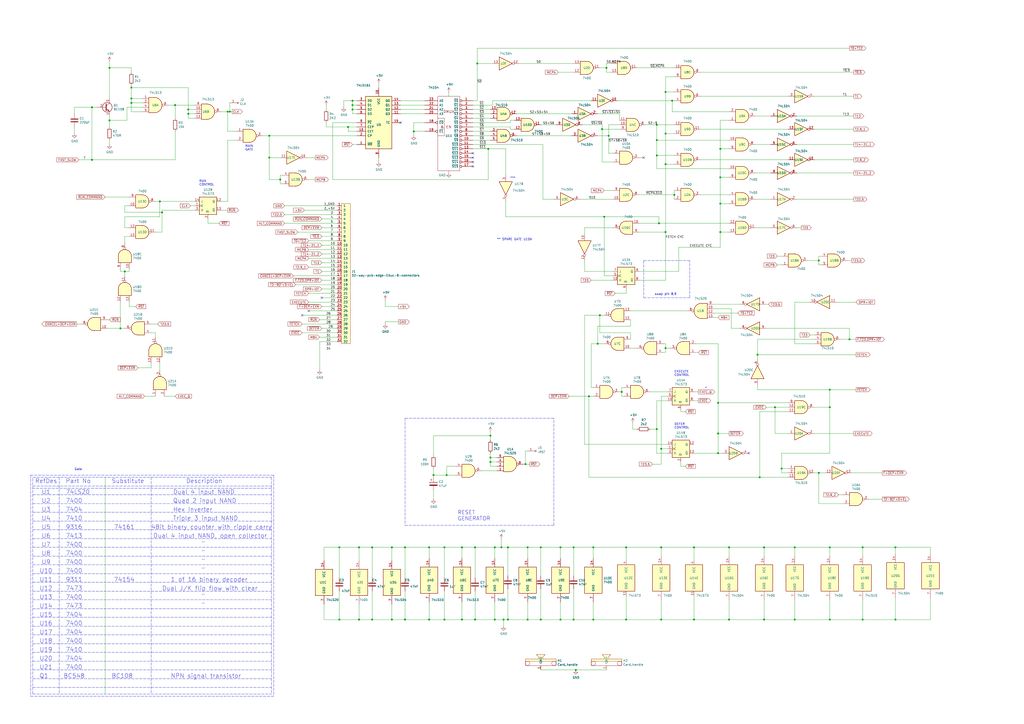
<source format=kicad_sch>
(kicad_sch (version 20211123) (generator eeschema)
  (paper "A2")
  (title_block (title "EDUC-8 TIMING ") (date "2019-07-20") (rev "1"))
  (junction (at 257.81 317.5))
  (junction (at 304.8 269.24))
  (junction (at 204.47 63.5))
  (junction (at 156.21 91.44))
  (junction (at 417.83 86.36))
  (junction (at 519.43 317.5))
  (junction (at 402.59 359.41))
  (junction (at 267.97 359.41))
  (junction (at 341.63 229.87))
  (junction (at 63.5 69.85))
  (junction (at 275.59 317.5))
  (junction (at 386.08 95.25))
  (junction (at 383.54 359.41))
  (junction (at 63.5 39.37))
  (junction (at 313.69 359.41))
  (junction (at 474.98 274.32))
  (junction (at 461.01 359.41))
  (junction (at 287.02 359.41))
  (junction (at 344.17 359.41))
  (junction (at 416.56 233.68))
  (junction (at 53.34 62.23))
  (junction (at 275.59 359.41))
  (junction (at 422.91 359.41))
  (junction (at 416.56 262.89))
  (junction (at 287.02 317.5))
  (junction (at 481.33 317.5))
  (junction (at 204.47 58.42))
  (junction (at 234.95 359.41))
  (junction (at 215.9 317.5))
  (junction (at 481.33 236.22))
  (junction (at 133.35 64.77))
  (junction (at 76.2 57.15))
  (junction (at 294.64 359.41))
  (junction (at 109.22 63.5))
  (junction (at 248.92 359.41))
  (junction (at 259.08 275.59))
  (junction (at 381 72.39))
  (junction (at 325.12 359.41))
  (junction (at 349.25 74.93))
  (junction (at 276.86 36.83))
  (junction (at 196.85 359.41))
  (junction (at 519.43 359.41))
  (junction (at 363.22 317.5))
  (junction (at 461.01 317.5))
  (junction (at 350.52 125.73))
  (junction (at 284.48 252.73))
  (junction (at 267.97 317.5))
  (junction (at 290.83 317.5))
  (junction (at 201.93 73.66))
  (junction (at 386.08 134.62))
  (junction (at 382.27 129.54))
  (junction (at 363.22 359.41))
  (junction (at 383.54 317.5))
  (junction (at 334.01 388.62))
  (junction (at 391.16 113.03))
  (junction (at 386.08 201.93))
  (junction (at 481.33 226.06))
  (junction (at 417.83 102.87))
  (junction (at 53.34 92.71))
  (junction (at 443.23 317.5))
  (junction (at 474.98 151.13))
  (junction (at 453.39 271.78))
  (junction (at 292.1 359.41))
  (junction (at 227.33 317.5))
  (junction (at 325.12 317.5))
  (junction (at 353.06 78.74))
  (junction (at 344.17 317.5))
  (junction (at 208.28 359.41))
  (junction (at 283.21 86.36))
  (junction (at 257.81 359.41))
  (junction (at 492.76 196.85))
  (junction (at 381 81.28))
  (junction (at 481.33 359.41))
  (junction (at 347.98 182.88))
  (junction (at 422.91 317.5))
  (junction (at 227.33 359.41))
  (junction (at 240.03 76.2))
  (junction (at 76.2 59.69))
  (junction (at 443.23 359.41))
  (junction (at 208.28 317.5))
  (junction (at 381 90.17))
  (junction (at 251.46 275.59))
  (junction (at 156.21 78.74))
  (junction (at 386.08 77.47))
  (junction (at 306.07 317.5))
  (junction (at 92.71 116.84))
  (junction (at 386.08 53.34))
  (junction (at 248.92 317.5))
  (junction (at 72.39 157.48))
  (junction (at 439.42 205.74))
  (junction (at 162.56 104.14))
  (junction (at 69.85 190.5))
  (junction (at 109.22 66.04))
  (junction (at 389.89 58.42))
  (junction (at 132.08 64.77))
  (junction (at 402.59 317.5))
  (junction (at 346.71 199.39))
  (junction (at 417.83 118.11))
  (junction (at 284.48 267.97))
  (junction (at 234.95 317.5))
  (junction (at 440.69 276.86))
  (junction (at 416.56 251.46))
  (junction (at 101.6 60.96))
  (junction (at 76.2 50.8))
  (junction (at 306.07 359.41))
  (junction (at 93.98 123.19))
  (junction (at 351.79 39.37))
  (junction (at 383.54 260.35))
  (junction (at 204.47 60.96))
  (junction (at 196.85 317.5))
  (junction (at 332.74 359.41))
  (junction (at 294.64 317.5))
  (junction (at 360.68 227.33))
  (junction (at 449.58 236.22))
  (junction (at 381 248.92))
  (junction (at 332.74 317.5))
  (junction (at 500.38 359.41))
  (junction (at 313.69 317.5))
  (junction (at 500.38 317.5))
  (junction (at 215.9 359.41))
  (junction (at 284.48 265.43))
  (junction (at 417.83 134.62))
  (no_connect (at 186.69 172.72))
  (no_connect (at 232.41 71.12))
  (no_connect (at 274.32 88.9))
  (no_connect (at 274.32 91.44))
  (no_connect (at 274.32 93.98))
  (no_connect (at 274.32 96.52))
  (no_connect (at 175.26 182.88))
  (no_connect (at 373.38 91.44))
  (no_connect (at 434.34 262.89))
  (no_connect (at 179.07 180.34))
  (wire (pts (xy 87.63 210.82) (xy 87.63 213.36)))
  (wire (pts (xy 370.84 113.03) (xy 391.16 113.03)))
  (wire (pts (xy 299.72 78.74) (xy 331.47 78.74)))
  (wire (pts (xy 295.91 71.12) (xy 274.32 71.12)))
  (wire (pts (xy 299.72 66.04) (xy 331.47 66.04)))
  (wire (pts (xy 196.85 359.41) (xy 208.28 359.41)))
  (wire (pts (xy 227.33 359.41) (xy 234.95 359.41)))
  (wire (pts (xy 416.56 262.89) (xy 419.1 262.89)))
  (wire (pts (xy 179.07 180.34) (xy 195.58 180.34)))
  (wire (pts (xy 223.52 173.99) (xy 223.52 177.8)))
  (wire (pts (xy 193.04 104.14) (xy 193.04 71.12)))
  (wire (pts (xy 457.2 238.76) (xy 440.69 238.76)))
  (wire (pts (xy 381 90.17) (xy 381 97.79)))
  (polyline (pts (xy 234.95 304.8) (xy 321.31 304.8)))
  (wire (pts (xy 195.58 137.16) (xy 186.69 137.16)))
  (wire (pts (xy 353.06 72.39) (xy 359.41 72.39)))
  (wire (pts (xy 240.03 78.74) (xy 240.03 76.2)))
  (wire (pts (xy 285.75 58.42) (xy 342.9 58.42)))
  (wire (pts (xy 260.35 99.06) (xy 260.35 100.33)))
  (wire (pts (xy 284.48 78.74) (xy 274.32 78.74)))
  (wire (pts (xy 416.56 251.46) (xy 416.56 262.89)))
  (wire (pts (xy 288.29 273.05) (xy 279.4 273.05)))
  (wire (pts (xy 275.59 317.5) (xy 287.02 317.5)))
  (wire (pts (xy 323.85 41.91) (xy 332.74 41.91)))
  (wire (pts (xy 422.91 251.46) (xy 416.56 251.46)))
  (wire (pts (xy 74.93 175.26) (xy 74.93 177.8)))
  (wire (pts (xy 386.08 53.34) (xy 386.08 77.47)))
  (wire (pts (xy 347.98 182.88) (xy 339.09 182.88)))
  (wire (pts (xy 402.59 317.5) (xy 422.91 317.5)))
  (wire (pts (xy 165.1 119.38) (xy 195.58 119.38)))
  (wire (pts (xy 195.58 182.88) (xy 175.26 182.88)))
  (wire (pts (xy 109.22 63.5) (xy 109.22 50.8)))
  (wire (pts (xy 383.54 260.35) (xy 387.35 260.35)))
  (wire (pts (xy 344.17 359.41) (xy 344.17 349.25)))
  (wire (pts (xy 461.01 359.41) (xy 481.33 359.41)))
  (polyline (pts (xy 157.48 276.86) (xy 157.48 402.59)))
  (wire (pts (xy 453.39 262.89) (xy 481.33 262.89)))
  (wire (pts (xy 110.49 119.38) (xy 113.03 119.38)))
  (wire (pts (xy 383.54 347.98) (xy 383.54 359.41)))
  (wire (pts (xy 195.58 187.96) (xy 175.26 187.96)))
  (wire (pts (xy 472.44 196.85) (xy 439.42 196.85)))
  (wire (pts (xy 274.32 60.96) (xy 285.75 60.96)))
  (wire (pts (xy 95.25 229.87) (xy 101.6 229.87)))
  (wire (pts (xy 284.48 252.73) (xy 284.48 250.19)))
  (wire (pts (xy 417.83 102.87) (xy 417.83 118.11)))
  (wire (pts (xy 370.84 162.56) (xy 386.08 162.56)))
  (wire (pts (xy 63.5 69.85) (xy 63.5 67.31)))
  (wire (pts (xy 53.34 62.23) (xy 43.18 62.23)))
  (wire (pts (xy 386.08 134.62) (xy 386.08 162.56)))
  (wire (pts (xy 363.22 317.5) (xy 383.54 317.5)))
  (polyline (pts (xy 373.38 151.13) (xy 373.38 172.72)))
  (wire (pts (xy 351.79 39.37) (xy 351.79 41.91)))
  (wire (pts (xy 365.76 196.85) (xy 365.76 193.04)))
  (wire (pts (xy 384.81 199.39) (xy 386.08 199.39)))
  (wire (pts (xy 76.2 57.15) (xy 76.2 50.8)))
  (wire (pts (xy 406.4 41.91) (xy 495.3 41.91)))
  (wire (pts (xy 133.35 59.69) (xy 133.35 64.77)))
  (wire (pts (xy 201.93 73.66) (xy 201.93 76.2)))
  (wire (pts (xy 402.59 325.12) (xy 402.59 317.5)))
  (wire (pts (xy 283.21 86.36) (xy 283.21 104.14)))
  (wire (pts (xy 457.2 274.32) (xy 453.39 274.32)))
  (wire (pts (xy 304.8 269.24) (xy 307.34 269.24)))
  (wire (pts (xy 500.38 359.41) (xy 519.43 359.41)))
  (wire (pts (xy 196.85 317.5) (xy 208.28 317.5)))
  (wire (pts (xy 444.5 190.5) (xy 492.76 190.5)))
  (wire (pts (xy 284.48 267.97) (xy 284.48 265.43)))
  (wire (pts (xy 177.8 91.44) (xy 182.88 91.44)))
  (wire (pts (xy 381 97.79) (xy 422.91 97.79)))
  (wire (pts (xy 274.32 68.58) (xy 284.48 68.58)))
  (wire (pts (xy 342.9 199.39) (xy 342.9 224.79)))
  (wire (pts (xy 365.76 189.23) (xy 346.71 189.23)))
  (polyline (pts (xy 158.75 275.59) (xy 158.75 403.86)))
  (wire (pts (xy 207.01 63.5) (xy 204.47 63.5)))
  (wire (pts (xy 391.16 53.34) (xy 386.08 53.34)))
  (wire (pts (xy 284.48 252.73) (xy 251.46 252.73)))
  (wire (pts (xy 359.41 69.85) (xy 359.41 66.04)))
  (wire (pts (xy 232.41 58.42) (xy 246.38 58.42)))
  (wire (pts (xy 422.91 347.98) (xy 422.91 359.41)))
  (wire (pts (xy 93.98 123.19) (xy 93.98 134.62)))
  (wire (pts (xy 187.96 317.5) (xy 196.85 317.5)))
  (wire (pts (xy 377.19 227.33) (xy 387.35 227.33)))
  (wire (pts (xy 53.34 92.71) (xy 45.72 92.71)))
  (wire (pts (xy 207.01 58.42) (xy 204.47 58.42)))
  (wire (pts (xy 179.07 104.14) (xy 182.88 104.14)))
  (wire (pts (xy 204.47 58.42) (xy 199.39 58.42)))
  (wire (pts (xy 292.1 359.41) (xy 294.64 359.41)))
  (polyline (pts (xy 19.05 292.1) (xy 157.48 292.1)))
  (wire (pts (xy 162.56 104.14) (xy 162.56 106.68)))
  (wire (pts (xy 73.66 62.23) (xy 73.66 69.85)))
  (wire (pts (xy 417.83 134.62) (xy 422.91 134.62)))
  (wire (pts (xy 381 90.17) (xy 391.16 90.17)))
  (wire (pts (xy 74.93 177.8) (xy 78.74 177.8)))
  (wire (pts (xy 474.98 151.13) (xy 468.63 151.13)))
  (wire (pts (xy 109.22 66.04) (xy 109.22 68.58)))
  (wire (pts (xy 481.33 322.58) (xy 481.33 317.5)))
  (wire (pts (xy 439.42 196.85) (xy 439.42 205.74)))
  (wire (pts (xy 195.58 124.46) (xy 165.1 124.46)))
  (wire (pts (xy 284.48 255.27) (xy 284.48 252.73)))
  (wire (pts (xy 303.53 269.24) (xy 304.8 269.24)))
  (wire (pts (xy 187.96 350.52) (xy 187.96 359.41)))
  (polyline (pts (xy 17.78 403.86) (xy 158.75 403.86)))
  (wire (pts (xy 101.6 68.58) (xy 101.6 60.96)))
  (wire (pts (xy 346.71 199.39) (xy 350.52 199.39)))
  (wire (pts (xy 461.01 317.5) (xy 481.33 317.5)))
  (wire (pts (xy 195.58 167.64) (xy 186.69 167.64)))
  (wire (pts (xy 443.23 322.58) (xy 443.23 317.5)))
  (wire (pts (xy 363.22 170.18) (xy 356.87 170.18)))
  (wire (pts (xy 417.83 86.36) (xy 422.91 86.36)))
  (wire (pts (xy 383.54 322.58) (xy 383.54 317.5)))
  (wire (pts (xy 416.56 233.68) (xy 416.56 251.46)))
  (wire (pts (xy 359.41 227.33) (xy 360.68 227.33)))
  (polyline (pts (xy 19.05 312.42) (xy 157.48 312.42)))
  (wire (pts (xy 201.93 76.2) (xy 207.01 76.2)))
  (wire (pts (xy 72.39 125.73) (xy 72.39 132.08)))
  (wire (pts (xy 474.98 151.13) (xy 474.98 148.59)))
  (wire (pts (xy 353.06 88.9) (xy 355.6 88.9)))
  (wire (pts (xy 402.59 227.33) (xy 405.13 227.33)))
  (wire (pts (xy 284.48 265.43) (xy 288.29 265.43)))
  (wire (pts (xy 176.53 121.92) (xy 195.58 121.92)))
  (wire (pts (xy 295.91 73.66) (xy 295.91 74.93)))
  (polyline (pts (xy 19.05 287.02) (xy 157.48 287.02)))
  (wire (pts (xy 481.33 262.89) (xy 481.33 236.22)))
  (wire (pts (xy 298.45 69.85) (xy 295.91 69.85)))
  (polyline (pts (xy 19.05 383.54) (xy 157.48 383.54)))
  (wire (pts (xy 162.56 106.68) (xy 163.83 106.68)))
  (wire (pts (xy 62.23 190.5) (xy 69.85 190.5)))
  (wire (pts (xy 472.44 236.22) (xy 481.33 236.22)))
  (wire (pts (xy 325.12 359.41) (xy 332.74 359.41)))
  (wire (pts (xy 133.35 64.77) (xy 134.62 64.77)))
  (wire (pts (xy 313.69 341.63) (xy 313.69 359.41)))
  (wire (pts (xy 422.91 102.87) (xy 417.83 102.87)))
  (wire (pts (xy 274.32 66.04) (xy 284.48 66.04)))
  (wire (pts (xy 462.28 67.31) (xy 495.3 67.31)))
  (wire (pts (xy 429.26 176.53) (xy 414.02 176.53)))
  (wire (pts (xy 90.17 134.62) (xy 93.98 134.62)))
  (wire (pts (xy 381 72.39) (xy 374.65 72.39)))
  (wire (pts (xy 453.39 271.78) (xy 457.2 271.78)))
  (wire (pts (xy 386.08 201.93) (xy 388.62 201.93)))
  (wire (pts (xy 162.56 104.14) (xy 156.21 104.14)))
  (wire (pts (xy 341.63 229.87) (xy 344.17 229.87)))
  (wire (pts (xy 443.23 317.5) (xy 461.01 317.5)))
  (wire (pts (xy 440.69 238.76) (xy 440.69 276.86)))
  (wire (pts (xy 449.58 251.46) (xy 449.58 236.22)))
  (wire (pts (xy 63.5 57.15) (xy 63.5 39.37)))
  (wire (pts (xy 339.09 257.81) (xy 387.35 257.81)))
  (wire (pts (xy 87.63 193.04) (xy 90.17 193.04)))
  (wire (pts (xy 414.02 184.15) (xy 416.56 184.15)))
  (wire (pts (xy 519.43 346.71) (xy 519.43 359.41)))
  (wire (pts (xy 283.21 86.36) (xy 293.37 86.36)))
  (wire (pts (xy 381 81.28) (xy 381 90.17)))
  (wire (pts (xy 195.58 177.8) (xy 186.69 177.8)))
  (wire (pts (xy 347.98 182.88) (xy 350.52 182.88)))
  (wire (pts (xy 60.96 114.3) (xy 74.93 114.3)))
  (wire (pts (xy 257.81 317.5) (xy 267.97 317.5)))
  (wire (pts (xy 267.97 323.85) (xy 267.97 317.5)))
  (wire (pts (xy 101.6 76.2) (xy 101.6 92.71)))
  (wire (pts (xy 93.98 121.92) (xy 93.98 123.19)))
  (wire (pts (xy 44.45 187.96) (xy 46.99 187.96)))
  (wire (pts (xy 461.01 322.58) (xy 461.01 317.5)))
  (wire (pts (xy 248.92 323.85) (xy 248.92 317.5)))
  (wire (pts (xy 394.97 237.49) (xy 394.97 238.76)))
  (wire (pts (xy 156.21 104.14) (xy 156.21 91.44)))
  (wire (pts (xy 474.98 148.59) (xy 476.25 148.59)))
  (wire (pts (xy 69.85 156.21) (xy 69.85 157.48)))
  (wire (pts (xy 337.82 72.39) (xy 349.25 72.39)))
  (wire (pts (xy 132.08 76.2) (xy 137.16 76.2)))
  (wire (pts (xy 359.41 74.93) (xy 349.25 74.93)))
  (polyline (pts (xy 19.05 276.86) (xy 157.48 276.86)))
  (wire (pts (xy 101.6 92.71) (xy 53.34 92.71)))
  (wire (pts (xy 313.69 72.39) (xy 322.58 72.39)))
  (wire (pts (xy 360.68 227.33) (xy 360.68 229.87)))
  (wire (pts (xy 62.23 185.42) (xy 63.5 185.42)))
  (wire (pts (xy 347.98 39.37) (xy 351.79 39.37)))
  (wire (pts (xy 453.39 153.67) (xy 450.85 153.67)))
  (wire (pts (xy 472.44 55.88) (xy 495.3 55.88)))
  (wire (pts (xy 234.95 342.9) (xy 234.95 359.41)))
  (wire (pts (xy 274.32 83.82) (xy 314.96 83.82)))
  (wire (pts (xy 481.33 359.41) (xy 500.38 359.41)))
  (wire (pts (xy 195.58 132.08) (xy 186.69 132.08)))
  (wire (pts (xy 208.28 350.52) (xy 208.28 359.41)))
  (wire (pts (xy 391.16 39.37) (xy 369.57 39.37)))
  (wire (pts (xy 332.74 317.5) (xy 344.17 317.5)))
  (wire (pts (xy 207.01 78.74) (xy 156.21 78.74)))
  (wire (pts (xy 189.23 63.5) (xy 189.23 60.96)))
  (wire (pts (xy 288.29 267.97) (xy 284.48 267.97)))
  (wire (pts (xy 391.16 72.39) (xy 381 72.39)))
  (wire (pts (xy 259.08 275.59) (xy 251.46 275.59)))
  (polyline (pts (xy 87.63 276.86) (xy 87.63 402.59)))
  (wire (pts (xy 347.98 193.04) (xy 347.98 182.88)))
  (polyline (pts (xy 19.05 302.26) (xy 158.75 302.26)))
  (wire (pts (xy 275.59 342.9) (xy 275.59 359.41)))
  (polyline (pts (xy 19.05 281.94) (xy 157.48 281.94)))
  (wire (pts (xy 363.22 325.12) (xy 363.22 317.5)))
  (wire (pts (xy 370.84 157.48) (xy 393.7 157.48)))
  (wire (pts (xy 504.19 289.56) (xy 511.81 289.56)))
  (polyline (pts (xy 19.05 332.74) (xy 157.48 332.74)))
  (wire (pts (xy 481.33 226.06) (xy 496.57 226.06)))
  (wire (pts (xy 417.83 69.85) (xy 417.83 86.36)))
  (wire (pts (xy 195.58 190.5) (xy 186.69 190.5)))
  (polyline (pts (xy 19.05 363.22) (xy 157.48 363.22)))
  (wire (pts (xy 128.27 116.84) (xy 132.08 116.84)))
  (wire (pts (xy 461.01 199.39) (xy 472.44 199.39)))
  (wire (pts (xy 406.4 55.88) (xy 457.2 55.88)))
  (wire (pts (xy 189.23 73.66) (xy 189.23 71.12)))
  (wire (pts (xy 370.84 134.62) (xy 386.08 134.62)))
  (wire (pts (xy 207.01 73.66) (xy 201.93 73.66)))
  (wire (pts (xy 339.09 157.48) (xy 339.09 151.13)))
  (wire (pts (xy 346.71 78.74) (xy 353.06 78.74)))
  (wire (pts (xy 355.6 160.02) (xy 350.52 160.02)))
  (wire (pts (xy 195.58 154.94) (xy 179.07 154.94)))
  (wire (pts (xy 367.03 245.11) (xy 367.03 248.92)))
  (wire (pts (xy 276.86 58.42) (xy 276.86 36.83)))
  (polyline (pts (xy 234.95 242.57) (xy 234.95 304.8)))
  (wire (pts (xy 349.25 74.93) (xy 349.25 93.98)))
  (wire (pts (xy 386.08 77.47) (xy 386.08 95.25)))
  (wire (pts (xy 257.81 335.28) (xy 257.81 317.5)))
  (wire (pts (xy 69.85 190.5) (xy 72.39 190.5)))
  (wire (pts (xy 336.55 115.57) (xy 355.6 115.57)))
  (wire (pts (xy 350.52 125.73) (xy 293.37 125.73)))
  (wire (pts (xy 500.38 347.98) (xy 500.38 359.41)))
  (wire (pts (xy 137.16 81.28) (xy 132.08 81.28)))
  (wire (pts (xy 109.22 68.58) (xy 113.03 68.58)))
  (wire (pts (xy 422.91 118.11) (xy 417.83 118.11)))
  (wire (pts (xy 453.39 274.32) (xy 453.39 271.78)))
  (wire (pts (xy 306.07 349.25) (xy 306.07 359.41)))
  (wire (pts (xy 353.06 78.74) (xy 353.06 88.9)))
  (wire (pts (xy 355.6 110.49) (xy 350.52 110.49)))
  (wire (pts (xy 72.39 123.19) (xy 72.39 119.38)))
  (wire (pts (xy 195.58 175.26) (xy 179.07 175.26)))
  (wire (pts (xy 113.03 66.04) (xy 109.22 66.04)))
  (wire (pts (xy 476.25 153.67) (xy 474.98 153.67)))
  (wire (pts (xy 417.83 143.51) (xy 417.83 134.62)))
  (wire (pts (xy 457.2 236.22) (xy 449.58 236.22)))
  (wire (pts (xy 422.91 359.41) (xy 443.23 359.41)))
  (wire (pts (xy 294.64 334.01) (xy 294.64 317.5)))
  (wire (pts (xy 457.2 251.46) (xy 449.58 251.46)))
  (wire (pts (xy 87.63 187.96) (xy 91.44 187.96)))
  (wire (pts (xy 74.93 137.16) (xy 72.39 137.16)))
  (wire (pts (xy 365.76 185.42) (xy 365.76 189.23)))
  (polyline (pts (xy 19.05 353.06) (xy 157.48 353.06)))
  (wire (pts (xy 90.17 116.84) (xy 92.71 116.84)))
  (wire (pts (xy 274.32 63.5) (xy 284.48 63.5)))
  (wire (pts (xy 187.96 325.12) (xy 187.96 317.5)))
  (wire (pts (xy 444.5 176.53) (xy 445.77 176.53)))
  (wire (pts (xy 128.27 121.92) (xy 132.08 121.92)))
  (wire (pts (xy 414.02 181.61) (xy 427.99 181.61)))
  (wire (pts (xy 274.32 73.66) (xy 295.91 73.66)))
  (wire (pts (xy 500.38 317.5) (xy 519.43 317.5)))
  (wire (pts (xy 462.28 83.82) (xy 495.3 83.82)))
  (wire (pts (xy 367.03 248.92) (xy 369.57 248.92)))
  (wire (pts (xy 414.02 179.07) (xy 424.18 179.07)))
  (wire (pts (xy 274.32 81.28) (xy 284.48 81.28)))
  (wire (pts (xy 440.69 276.86) (xy 457.2 276.86)))
  (wire (pts (xy 341.63 276.86) (xy 341.63 229.87)))
  (wire (pts (xy 76.2 50.8) (xy 76.2 49.53)))
  (wire (pts (xy 332.74 334.01) (xy 332.74 317.5)))
  (wire (pts (xy 472.44 74.93) (xy 495.3 74.93)))
  (wire (pts (xy 72.39 157.48) (xy 74.93 157.48)))
  (polyline (pts (xy 321.31 242.57) (xy 234.95 242.57)))
  (wire (pts (xy 381 232.41) (xy 381 248.92)))
  (wire (pts (xy 264.16 275.59) (xy 259.08 275.59)))
  (wire (pts (xy 219.71 91.44) (xy 219.71 93.98)))
  (wire (pts (xy 500.38 322.58) (xy 500.38 317.5)))
  (wire (pts (xy 350.52 125.73) (xy 350.52 160.02)))
  (wire (pts (xy 440.69 276.86) (xy 341.63 276.86)))
  (wire (pts (xy 275.59 335.28) (xy 275.59 317.5)))
  (wire (pts (xy 109.22 50.8) (xy 76.2 50.8)))
  (wire (pts (xy 492.76 196.85) (xy 496.57 196.85)))
  (wire (pts (xy 332.74 359.41) (xy 344.17 359.41)))
  (wire (pts (xy 234.95 335.28) (xy 234.95 317.5)))
  (wire (pts (xy 453.39 271.78) (xy 453.39 262.89)))
  (wire (pts (xy 474.98 292.1) (xy 488.95 292.1)))
  (wire (pts (xy 82.55 57.15) (xy 76.2 57.15)))
  (wire (pts (xy 494.03 274.32) (xy 511.81 274.32)))
  (wire (pts (xy 391.16 113.03) (xy 391.16 115.57)))
  (wire (pts (xy 443.23 359.41) (xy 461.01 359.41)))
  (wire (pts (xy 293.37 86.36) (xy 293.37 101.6)))
  (wire (pts (xy 76.2 41.91) (xy 76.2 39.37)))
  (wire (pts (xy 386.08 53.34) (xy 386.08 44.45)))
  (wire (pts (xy 363.22 345.44) (xy 363.22 359.41)))
  (wire (pts (xy 196.85 342.9) (xy 196.85 359.41)))
  (wire (pts (xy 72.39 132.08) (xy 74.93 132.08)))
  (wire (pts (xy 251.46 252.73) (xy 251.46 264.16)))
  (wire (pts (xy 195.58 152.4) (xy 186.69 152.4)))
  (wire (pts (xy 383.54 317.5) (xy 402.59 317.5)))
  (wire (pts (xy 196.85 335.28) (xy 196.85 317.5)))
  (wire (pts (xy 72.39 160.02) (xy 72.39 157.48)))
  (wire (pts (xy 195.58 185.42) (xy 185.42 185.42)))
  (wire (pts (xy 439.42 223.52) (xy 439.42 226.06)))
  (wire (pts (xy 284.48 270.51) (xy 284.48 267.97)))
  (polyline (pts (xy 400.05 172.72) (xy 400.05 151.13)))
  (wire (pts (xy 208.28 325.12) (xy 208.28 317.5)))
  (wire (pts (xy 462.28 100.33) (xy 495.3 100.33)))
  (wire (pts (xy 332.74 341.63) (xy 332.74 359.41)))
  (wire (pts (xy 90.17 229.87) (xy 83.82 229.87)))
  (wire (pts (xy 363.22 167.64) (xy 363.22 170.18)))
  (wire (pts (xy 207.01 60.96) (xy 204.47 60.96)))
  (wire (pts (xy 294.64 359.41) (xy 306.07 359.41)))
  (wire (pts (xy 393.7 143.51) (xy 417.83 143.51)))
  (wire (pts (xy 120.65 129.54) (xy 127 129.54)))
  (wire (pts (xy 287.02 323.85) (xy 287.02 317.5)))
  (wire (pts (xy 294.64 341.63) (xy 294.64 359.41)))
  (wire (pts (xy 60.96 402.59) (xy 60.96 276.86)))
  (wire (pts (xy 461.01 175.26) (xy 461.01 199.39)))
  (wire (pts (xy 195.58 149.86) (xy 179.07 149.86)))
  (wire (pts (xy 474.98 153.67) (xy 474.98 151.13)))
  (wire (pts (xy 69.85 157.48) (xy 72.39 157.48)))
  (wire (pts (xy 63.5 83.82) (xy 63.5 81.28)))
  (wire (pts (xy 474.98 274.32) (xy 474.98 292.1)))
  (wire (pts (xy 240.03 71.12) (xy 240.03 76.2)))
  (wire (pts (xy 163.83 101.6) (xy 162.56 101.6)))
  (wire (pts (xy 76.2 59.69) (xy 76.2 57.15)))
  (polyline (pts (xy 19.05 337.82) (xy 157.48 337.82)))
  (wire (pts (xy 232.41 66.04) (xy 246.38 66.04)))
  (wire (pts (xy 251.46 276.86) (xy 251.46 275.59)))
  (wire (pts (xy 457.2 233.68) (xy 416.56 233.68)))
  (wire (pts (xy 267.97 359.41) (xy 275.59 359.41)))
  (wire (pts (xy 417.83 86.36) (xy 417.83 102.87)))
  (wire (pts (xy 439.42 205.74) (xy 439.42 208.28)))
  (wire (pts (xy 223.52 187.96) (xy 223.52 186.69)))
  (wire (pts (xy 355.6 132.08) (xy 339.09 132.08)))
  (wire (pts (xy 469.9 175.26) (xy 461.01 175.26)))
  (wire (pts (xy 264.16 270.51) (xy 259.08 270.51)))
  (wire (pts (xy 334.01 388.62) (xy 351.79 388.62)))
  (wire (pts (xy 354.33 36.83) (xy 351.79 36.83)))
  (wire (pts (xy 215.9 359.41) (xy 227.33 359.41)))
  (wire (pts (xy 267.97 317.5) (xy 275.59 317.5)))
  (wire (pts (xy 424.18 190.5) (xy 429.26 190.5)))
  (wire (pts (xy 251.46 289.56) (xy 251.46 284.48)))
  (wire (pts (xy 293.37 125.73) (xy 293.37 116.84)))
  (wire (pts (xy 313.69 334.01) (xy 313.69 317.5)))
  (wire (pts (xy 215.9 342.9) (xy 215.9 359.41)))
  (wire (pts (xy 314.96 83.82) (xy 314.96 115.57)))
  (wire (pts (xy 449.58 236.22) (xy 444.5 236.22)))
  (wire (pts (xy 227.33 325.12) (xy 227.33 317.5)))
  (wire (pts (xy 377.19 248.92) (xy 381 248.92)))
  (polyline (pts (xy 19.05 342.9) (xy 157.48 342.9)))
  (wire (pts (xy 360.68 229.87) (xy 361.95 229.87)))
  (wire (pts (xy 472.44 251.46) (xy 495.3 251.46)))
  (wire (pts (xy 276.86 27.94) (xy 492.76 27.94)))
  (polyline (pts (xy 19.05 327.66) (xy 157.48 327.66)))
  (wire (pts (xy 306.07 359.41) (xy 313.69 359.41)))
  (wire (pts (xy 474.98 274.32) (xy 478.79 274.32)))
  (wire (pts (xy 382.27 129.54) (xy 370.84 129.54)))
  (wire (pts (xy 53.34 92.71) (xy 53.34 62.23)))
  (polyline (pts (xy 19.05 393.7) (xy 157.48 393.7)))
  (wire (pts (xy 342.9 162.56) (xy 355.6 162.56)))
  (wire (pts (xy 223.52 186.69) (xy 231.14 186.69)))
  (wire (pts (xy 358.14 58.42) (xy 389.89 58.42)))
  (wire (pts (xy 386.08 44.45) (xy 391.16 44.45)))
  (wire (pts (xy 63.5 39.37) (xy 63.5 35.56)))
  (polyline (pts (xy 17.78 275.59) (xy 17.78 403.86)))
  (wire (pts (xy 351.79 41.91) (xy 354.33 41.91)))
  (wire (pts (xy 353.06 78.74) (xy 353.06 72.39)))
  (wire (pts (xy 259.08 270.51) (xy 259.08 275.59)))
  (wire (pts (xy 386.08 201.93) (xy 386.08 204.47)))
  (wire (pts (xy 424.18 179.07) (xy 424.18 190.5)))
  (wire (pts (xy 365.76 193.04) (xy 347.98 193.04)))
  (wire (pts (xy 519.43 321.31) (xy 519.43 317.5)))
  (wire (pts (xy 402.59 345.44) (xy 402.59 359.41)))
  (wire (pts (xy 325.12 349.25) (xy 325.12 359.41)))
  (wire (pts (xy 314.96 115.57) (xy 321.31 115.57)))
  (wire (pts (xy 342.9 224.79) (xy 344.17 224.79)))
  (wire (pts (xy 438.15 132.08) (xy 447.04 132.08)))
  (wire (pts (xy 443.23 347.98) (xy 443.23 359.41)))
  (wire (pts (xy 204.47 60.96) (xy 204.47 63.5)))
  (wire (pts (xy 208.28 317.5) (xy 215.9 317.5)))
  (polyline (pts (xy 34.29 276.86) (xy 34.29 402.59)))
  (wire (pts (xy 162.56 101.6) (xy 162.56 104.14)))
  (wire (pts (xy 472.44 92.71) (xy 495.3 92.71)))
  (wire (pts (xy 195.58 172.72) (xy 186.69 172.72)))
  (wire (pts (xy 393.7 157.48) (xy 393.7 143.51)))
  (wire (pts (xy 76.2 39.37) (xy 63.5 39.37)))
  (wire (pts (xy 339.09 132.08) (xy 339.09 135.89)))
  (wire (pts (xy 204.47 63.5) (xy 204.47 66.04)))
  (wire (pts (xy 492.76 190.5) (xy 492.76 196.85)))
  (wire (pts (xy 72.39 119.38) (xy 74.93 119.38)))
  (wire (pts (xy 204.47 58.42) (xy 204.47 60.96)))
  (wire (pts (xy 240.03 76.2) (xy 246.38 76.2)))
  (wire (pts (xy 370.84 91.44) (xy 373.38 91.44)))
  (wire (pts (xy 290.83 317.5) (xy 294.64 317.5)))
  (wire (pts (xy 406.4 74.93) (xy 457.2 74.93)))
  (wire (pts (xy 195.58 147.32) (xy 186.69 147.32)))
  (wire (pts (xy 260.35 55.88) (xy 260.35 53.34)))
  (wire (pts (xy 93.98 123.19) (xy 72.39 123.19)))
  (wire (pts (xy 195.58 142.24) (xy 186.69 142.24)))
  (wire (pts (xy 539.75 317.5) (xy 539.75 321.31)))
  (wire (pts (xy 195.58 127) (xy 186.69 127)))
  (wire (pts (xy 72.39 137.16) (xy 72.39 140.97)))
  (wire (pts (xy 472.44 274.32) (xy 474.98 274.32)))
  (wire (pts (xy 346.71 199.39) (xy 342.9 199.39)))
  (wire (pts (xy 195.58 134.62) (xy 172.72 134.62)))
  (wire (pts (xy 487.68 196.85) (xy 492.76 196.85)))
  (wire (pts (xy 285.75 60.96) (xy 285.75 58.42)))
  (wire (pts (xy 285.75 36.83) (xy 276.86 36.83)))
  (wire (pts (xy 402.59 359.41) (xy 422.91 359.41)))
  (polyline (pts (xy 19.05 358.14) (xy 157.48 358.14)))
  (wire (pts (xy 439.42 205.74) (xy 496.57 205.74)))
  (wire (pts (xy 416.56 199.39) (xy 416.56 233.68)))
  (wire (pts (xy 359.41 66.04) (xy 346.71 66.04)))
  (wire (pts (xy 82.55 62.23) (xy 73.66 62.23)))
  (wire (pts (xy 92.71 210.82) (xy 92.71 214.63)))
  (wire (pts (xy 325.12 317.5) (xy 332.74 317.5)))
  (wire (pts (xy 313.69 359.41) (xy 325.12 359.41)))
  (wire (pts (xy 187.96 359.41) (xy 196.85 359.41)))
  (wire (pts (xy 69.85 175.26) (xy 69.85 190.5)))
  (wire (pts (xy 193.04 71.12) (xy 207.01 71.12)))
  (wire (pts (xy 43.18 62.23) (xy 43.18 66.04)))
  (wire (pts (xy 386.08 204.47) (xy 384.81 204.47)))
  (wire (pts (xy 386.08 95.25) (xy 391.16 95.25)))
  (wire (pts (xy 462.28 132.08) (xy 464.82 132.08)))
  (wire (pts (xy 87.63 213.36) (xy 80.01 213.36)))
  (wire (pts (xy 120.65 127) (xy 120.65 129.54)))
  (polyline (pts (xy 373.38 151.13) (xy 400.05 151.13)))
  (wire (pts (xy 383.54 229.87) (xy 387.35 229.87)))
  (wire (pts (xy 313.69 388.62) (xy 334.01 388.62)))
  (wire (pts (xy 215.9 335.28) (xy 215.9 317.5)))
  (wire (pts (xy 422.91 322.58) (xy 422.91 317.5)))
  (wire (pts (xy 403.86 199.39) (xy 416.56 199.39)))
  (polyline (pts (xy 19.05 402.59) (xy 157.48 402.59)))
  (wire (pts (xy 403.86 204.47) (xy 405.13 204.47)))
  (wire (pts (xy 55.88 62.23) (xy 53.34 62.23)))
  (wire (pts (xy 132.08 81.28) (xy 132.08 116.84)))
  (wire (pts (xy 447.04 67.31) (xy 438.15 67.31)))
  (wire (pts (xy 295.91 74.93) (xy 298.45 74.93)))
  (wire (pts (xy 394.97 267.97) (xy 394.97 270.51)))
  (wire (pts (xy 128.27 64.77) (xy 132.08 64.77)))
  (wire (pts (xy 461.01 347.98) (xy 461.01 359.41)))
  (wire (pts (xy 234.95 359.41) (xy 248.92 359.41)))
  (wire (pts (xy 383.54 269.24) (xy 378.46 269.24)))
  (wire (pts (xy 422.91 317.5) (xy 443.23 317.5)))
  (wire (pts (xy 386.08 199.39) (xy 386.08 201.93)))
  (wire (pts (xy 422.91 81.28) (xy 381 81.28)))
  (wire (pts (xy 132.08 64.77) (xy 133.35 64.77)))
  (wire (pts (xy 274.32 86.36) (xy 283.21 86.36)))
  (wire (pts (xy 267.97 349.25) (xy 267.97 359.41)))
  (wire (pts (xy 330.2 229.87) (xy 341.63 229.87)))
  (polyline (pts (xy 19.05 373.38) (xy 157.48 373.38)))
  (wire (pts (xy 402.59 232.41) (xy 405.13 232.41)))
  (wire (pts (xy 349.25 72.39) (xy 349.25 74.93)))
  (wire (pts (xy 382.27 129.54) (xy 382.27 125.73)))
  (wire (pts (xy 485.14 175.26) (xy 496.57 175.26)))
  (wire (pts (xy 287.02 349.25) (xy 287.02 359.41)))
  (wire (pts (xy 386.08 77.47) (xy 391.16 77.47)))
  (wire (pts (xy 195.58 193.04) (xy 175.26 193.04)))
  (wire (pts (xy 386.08 95.25) (xy 386.08 134.62)))
  (wire (pts (xy 276.86 36.83) (xy 276.86 27.94)))
  (wire (pts (xy 406.4 92.71) (xy 457.2 92.71)))
  (wire (pts (xy 438.15 100.33) (xy 447.04 100.33)))
  (wire (pts (xy 43.18 77.47) (xy 43.18 73.66)))
  (wire (pts (xy 287.02 317.5) (xy 290.83 317.5)))
  (wire (pts (xy 519.43 359.41) (xy 539.75 359.41)))
  (wire (pts (xy 383.54 229.87) (xy 383.54 260.35)))
  (wire (pts (xy 113.03 121.92) (xy 93.98 121.92)))
  (wire (pts (xy 417.83 118.11) (xy 417.83 134.62)))
  (wire (pts (xy 195.58 129.54) (xy 165.1 129.54)))
  (wire (pts (xy 387.35 232.41) (xy 381 232.41)))
  (wire (pts (xy 422.91 129.54) (xy 382.27 129.54)))
  (wire (pts (xy 215.9 317.5) (xy 227.33 317.5)))
  (wire (pts (xy 332.74 36.83) (xy 300.99 36.83)))
  (wire (pts (xy 462.28 115.57) (xy 495.3 115.57)))
  (wire (pts (xy 82.55 59.69) (xy 76.2 59.69)))
  (wire (pts (xy 381 262.89) (xy 387.35 262.89)))
  (wire (pts (xy 232.41 63.5) (xy 246.38 63.5)))
  (wire (pts (xy 199.39 58.42) (xy 199.39 62.23)))
  (wire (pts (xy 92.71 116.84) (xy 113.03 116.84)))
  (wire (pts (xy 306.07 323.85) (xy 306.07 317.5)))
  (wire (pts (xy 539.75 359.41) (xy 539.75 346.71)))
  (polyline (pts (xy 19.05 378.46) (xy 157.48 378.46)))
  (wire (pts (xy 304.8 261.62) (xy 304.8 269.24)))
  (polyline (pts (xy 158.75 275.59) (xy 17.78 275.59)))
  (wire (pts (xy 284.48 262.89) (xy 284.48 265.43)))
  (wire (pts (xy 344.17 317.5) (xy 363.22 317.5)))
  (wire (pts (xy 344.17 317.5) (xy 344.17 323.85)))
  (wire (pts (xy 92.71 125.73) (xy 72.39 125.73)))
  (polyline (pts (xy 19.05 347.98) (xy 157.48 347.98)))
  (wire (pts (xy 204.47 66.04) (xy 207.01 66.04)))
  (wire (pts (xy 453.39 148.59) (xy 450.85 148.59)))
  (wire (pts (xy 287.02 359.41) (xy 292.1 359.41)))
  (wire (pts (xy 391.16 110.49) (xy 391.16 113.03)))
  (polyline (pts (xy 19.05 297.18) (xy 157.48 297.18)))
  (wire (pts (xy 101.6 60.96) (xy 113.03 60.96)))
  (wire (pts (xy 438.15 115.57) (xy 447.04 115.57)))
  (polyline (pts (xy 373.38 172.72) (xy 400.05 172.72)))
  (wire (pts (xy 383.54 359.41) (xy 402.59 359.41)))
  (wire (pts (xy 63.5 73.66) (xy 63.5 69.85)))
  (wire (pts (xy 416.56 262.89) (xy 402.59 262.89)))
  (wire (pts (xy 227.33 317.5) (xy 234.95 317.5)))
  (wire (pts (xy 481.33 317.5) (xy 500.38 317.5)))
  (polyline (pts (xy 19.05 368.3) (xy 157.48 368.3)))
  (wire (pts (xy 439.42 226.06) (xy 481.33 226.06)))
  (wire (pts (xy 109.22 63.5) (xy 109.22 66.04)))
  (wire (pts (xy 325.12 323.85) (xy 325.12 317.5)))
  (wire (pts (xy 394.97 238.76) (xy 397.51 238.76)))
  (wire (pts (xy 469.9 194.31) (xy 472.44 194.31)))
  (wire (pts (xy 361.95 224.79) (xy 360.68 224.79)))
  (polyline (pts (xy 19.05 307.34) (xy 157.48 307.34)))
  (wire (pts (xy 156.21 78.74) (xy 152.4 78.74)))
  (wire (pts (xy 246.38 71.12) (xy 240.03 71.12)))
  (wire (pts (xy 195.58 162.56) (xy 186.69 162.56)))
  (wire (pts (xy 248.92 359.41) (xy 257.81 359.41)))
  (wire (pts (xy 195.58 160.02) (xy 170.18 160.02)))
  (wire (pts (xy 292.1 363.22) (xy 292.1 359.41)))
  (wire (pts (xy 219.71 48.26) (xy 219.71 50.8)))
  (wire (pts (xy 204.47 83.82) (xy 207.01 83.82)))
  (wire (pts (xy 339.09 182.88) (xy 339.09 257.81)))
  (wire (pts (xy 306.07 261.62) (xy 304.8 261.62)))
  (wire (pts (xy 422.91 69.85) (xy 417.83 69.85)))
  (wire (pts (xy 223.52 177.8) (xy 231.14 177.8)))
  (wire (pts (xy 519.43 317.5) (xy 539.75 317.5)))
  (wire (pts (xy 76.2 64.77) (xy 76.2 59.69)))
  (polyline (pts (xy 19.05 388.62) (xy 157.48 388.62)))
  (wire (pts (xy 365.76 180.34) (xy 398.78 180.34)))
  (wire (pts (xy 248.92 317.5) (xy 257.81 317.5)))
  (wire (pts (xy 201.93 73.66) (xy 189.23 73.66)))
  (wire (pts (xy 251.46 271.78) (xy 251.46 275.59)))
  (wire (pts (xy 363.22 359.41) (xy 383.54 359.41)))
  (wire (pts (xy 92.71 116.84) (xy 92.71 125.73)))
  (wire (pts (xy 195.58 195.58) (xy 185.42 195.58)))
  (wire (pts (xy 422.91 64.77) (xy 389.89 64.77)))
  (wire (pts (xy 481.33 347.98) (xy 481.33 359.41)))
  (wire (pts (xy 389.89 58.42) (xy 391.16 58.42)))
  (wire (pts (xy 90.17 193.04) (xy 90.17 195.58)))
  (wire (pts (xy 195.58 165.1) (xy 171.45 165.1)))
  (wire (pts (xy 349.25 93.98) (xy 355.6 93.98)))
  (wire (pts (xy 313.69 317.5) (xy 325.12 317.5)))
  (wire (pts (xy 185.42 198.12) (xy 185.42 214.63)))
  (wire (pts (xy 447.04 83.82) (xy 438.15 83.82)))
  (wire (pts (xy 248.92 349.25) (xy 248.92 359.41)))
  (wire (pts (xy 257.81 342.9) (xy 257.81 359.41)))
  (wire (pts (xy 97.79 60.96) (xy 101.6 60.96)))
  (wire (pts (xy 365.76 201.93) (xy 369.57 201.93)))
  (wire (pts (xy 481.33 236.22) (xy 481.33 226.06)))
  (polyline (pts (xy 19.05 322.58) (xy 157.48 322.58)))
  (wire (pts (xy 406.4 113.03) (xy 422.91 113.03)))
  (polyline (pts (xy 19.05 402.59) (xy 19.05 276.86)))
  (wire (pts (xy 132.08 64.77) (xy 132.08 76.2)))
  (wire (pts (xy 227.33 350.52) (xy 227.33 359.41)))
  (wire (pts (xy 113.03 63.5) (xy 109.22 63.5)))
  (wire (pts (xy 346.71 189.23) (xy 346.71 199.39)))
  (wire (pts (xy 82.55 64.77) (xy 76.2 64.77)))
  (wire (pts (xy 394.97 270.51) (xy 397.51 270.51)))
  (wire (pts (xy 234.95 317.5) (xy 248.92 317.5)))
  (wire (pts (xy 381 81.28) (xy 381 72.39)))
  (wire (pts (xy 274.32 76.2) (xy 284.48 76.2)))
  (wire (pts (xy 290.83 312.42) (xy 290.83 317.5)))
  (wire (pts (xy 491.49 151.13) (xy 494.03 151.13)))
  (wire (pts (xy 195.58 198.12) (xy 185.42 198.12)))
  (wire (pts (xy 195.58 170.18) (xy 179.07 170.18)))
  (wire (pts (xy 389.89 64.77) (xy 389.89 58.42)))
  (wire (pts (xy 382.27 125.73) (xy 350.52 125.73)))
  (polyline (pts (xy 321.31 304.8) (xy 321.31 242.57)))
  (wire (pts (xy 294.64 317.5) (xy 306.07 317.5)))
  (wire (pts (xy 74.93 157.48) (xy 74.93 156.21)))
  (wire (pts (xy 381 248.92) (xy 381 262.89)))
  (wire (pts (xy 156.21 91.44) (xy 162.56 91.44)))
  (polyline (pts (xy 157.48 283.21) (xy 19.05 283.21)))
  (wire (pts (xy 283.21 104.14) (xy 193.04 104.14)))
  (wire (pts (xy 274.32 58.42) (xy 276.86 58.42)))
  (wire (pts (xy 355.6 157.48) (xy 339.09 157.48)))
  (wire (pts (xy 351.79 36.83) (xy 351.79 39.37)))
  (wire (pts (xy 195.58 157.48) (xy 186.69 157.48)))
  (wire (pts (xy 383.54 260.35) (xy 383.54 269.24)))
  (wire (pts (xy 195.58 139.7) (xy 179.07 139.7)))
  (wire (pts (xy 288.29 270.51) (xy 284.48 270.51)))
  (wire (pts (xy 295.91 69.85) (xy 295.91 71.12)))
  (wire (pts (xy 257.81 359.41) (xy 267.97 359.41)))
  (wire (pts (xy 208.28 359.41) (xy 215.9 359.41)))
  (polyline (pts (xy 19.05 398.78) (xy 157.48 398.78)))
  (wire (pts (xy 360.68 224.79) (xy 360.68 227.33)))
  (wire (pts (xy 306.07 317.5) (xy 313.69 317.5)))
  (wire (pts (xy 73.66 69.85) (xy 63.5 69.85)))
  (wire (pts (xy 156.21 78.74) (xy 156.21 91.44)))
  (polyline (pts (xy 19.05 317.5) (xy 157.48 317.5)))
  (wire (pts (xy 344.17 359.41) (xy 363.22 359.41)))
  (wire (pts (xy 195.58 144.78) (xy 179.07 144.78)))
  (wire (pts (xy 486.41 287.02) (xy 488.95 287.02)))
  (wire (pts (xy 232.41 60.96) (xy 246.38 60.96)))
  (wire (pts (xy 275.59 359.41) (xy 287.02 359.41)))
  (text "RUN\nCONTROL" (at 115.57 107.95 0) (effects (font (size 1.27 1.27)) (justify left bottom)))
  (text "U14" (at 22.86 353.06 0) (effects (font (size 2.4892 2.4892)) (justify left bottom)))
  (text "BC548" (at 36.83 393.7 0) (effects (font (size 2.4892 2.4892)) (justify left bottom)))
  (text "7473" (at 38.1 353.06 0) (effects (font (size 2.4892 2.4892)) (justify left bottom)))
  (text "74161" (at 66.04 307.34 0) (effects (font (size 2.4892 2.4892)) (justify left bottom)))
  (text "9316\n" (at 38.1 307.34 0) (effects (font (size 2.4892 2.4892)) (justify left bottom)))
  (text "Dual J/K flip flow with clear" (at 93.98 342.9 0) (effects (font (size 2.4892 2.4892)) (justify left bottom)))
  (text "7400" (at 38.1 327.66 0) (effects (font (size 2.4892 2.4892)) (justify left bottom)))
  (text "U10" (at 22.86 332.74 0) (effects (font (size 2.4892 2.4892)) (justify left bottom)))
  (text "“" (at 116.84 332.74 0) (effects (font (size 2.4892 2.4892)) (justify left bottom)))
  (text "4Bit binary counter with ripple carry" (at 87.63 307.34 0) (effects (font (size 2.4892 2.4892)) (justify left bottom)))
  (text "U7" (at 24.13 317.5 0) (effects (font (size 2.4892 2.4892)) (justify left bottom)))
  (text "7400" (at 38.1 292.1 0) (effects (font (size 2.4892 2.4892)) (justify left bottom)))
  (text "7410" (at 38.1 302.26 0) (effects (font (size 2.4892 2.4892)) (justify left bottom)))
  (text "U1\n" (at 24.13 287.02 0) (effects (font (size 2.4892 2.4892)) (justify left bottom)))
  (text "Dual 4 input NAND, open collector" (at 88.9 312.42 0) (effects (font (size 2.4892 2.4892)) (justify left bottom)))
  (text "7400" (at 38.1 332.74 0) (effects (font (size 2.4892 2.4892)) (justify left bottom)))
  (text "“" (at 116.84 327.66 0) (effects (font (size 2.4892 2.4892)) (justify left bottom)))
  (text "*" (at 408.94 226.06 0) (effects (font (size 1.27 1.27)) (justify left bottom)))
  (text "7400" (at 38.1 322.58 0) (effects (font (size 2.4892 2.4892)) (justify left bottom)))
  (text "Substitute\n" (at 64.77 280.67 0) (effects (font (size 2.4892 2.4892)) (justify left bottom)))
  (text "NPN signal transistor\n" (at 99.06 393.7 0) (effects (font (size 2.4892 2.4892)) (justify left bottom)))
  (text "U5" (at 24.13 307.34 0) (effects (font (size 2.4892 2.4892)) (justify left bottom)))
  (text "Description" (at 107.95 280.67 0) (effects (font (size 2.4892 2.4892)) (justify left bottom)))
  (text "74LS20" (at 38.1 287.02 0) (effects (font (size 2.4892 2.4892)) (justify left bottom)))
  (text "U3\n" (at 24.13 297.18 0) (effects (font (size 2.4892 2.4892)) (justify left bottom)))
  (text "U18" (at 22.86 373.38 0) (effects (font (size 2.4892 2.4892)) (justify left bottom)))
  (text "DEFER \nCONTROL" (at 391.16 248.92 0) (effects (font (size 1.27 1.27)) (justify left bottom)))
  (text "“" (at 116.84 322.58 0) (effects (font (size 2.4892 2.4892)) (justify left bottom)))
  (text "U6" (at 24.13 312.42 0) (effects (font (size 2.4892 2.4892)) (justify left bottom)))
  (text "U15" (at 22.86 358.14 0) (effects (font (size 2.4892 2.4892)) (justify left bottom)))
  (text "U8" (at 24.13 322.58 0) (effects (font (size 2.4892 2.4892)) (justify left bottom)))
  (text "U21" (at 22.86 388.62 0) (effects (font (size 2.4892 2.4892)) (justify left bottom)))
  (text "U13" (at 22.86 347.98 0) (effects (font (size 2.4892 2.4892)) (justify left bottom)))
  (text "7413\n" (at 38.1 312.42 0) (effects (font (size 2.4892 2.4892)) (justify left bottom)))
  (text "Triple 3 input NAND" (at 100.33 302.26 0) (effects (font (size 2.4892 2.4892)) (justify left bottom)))
  (text "EXECUTE \nCONTROL" (at 391.16 218.44 0) (effects (font (size 1.27 1.27)) (justify left bottom)))
  (text "7404\n" (at 38.1 297.18 0) (effects (font (size 2.4892 2.4892)) (justify left bottom)))
  (text "7400" (at 38.1 347.98 0) (effects (font (size 2.4892 2.4892)) (justify left bottom)))
  (text "***" (at 295.91 104.14 0) (effects (font (size 1.27 1.27)) (justify left bottom)))
  (text "7410" (at 38.1 378.46 0) (effects (font (size 2.4892 2.4892)) (justify left bottom)))
  (text "7404" (at 38.1 383.54 0) (effects (font (size 2.4892 2.4892)) (justify left bottom)))
  (text "7400" (at 38.1 363.22 0) (effects (font (size 2.4892 2.4892)) (justify left bottom)))
  (text "“" (at 116.84 353.06 0) (effects (font (size 2.4892 2.4892)) (justify left bottom)))
  (text "U17" (at 22.86 368.3 0) (effects (font (size 2.4892 2.4892)) (justify left bottom)))
  (text "RefDes" (at 20.32 280.67 0) (effects (font (size 2.4892 2.4892)) (justify left bottom)))
  (text "7473" (at 38.1 342.9 0) (effects (font (size 2.4892 2.4892)) (justify left bottom)))
  (text "7400" (at 38.1 388.62 0) (effects (font (size 2.4892 2.4892)) (justify left bottom)))
  (text "9311" (at 38.1 337.82 0) (effects (font (size 2.4892 2.4892)) (justify left bottom)))
  (text "RESET \nGENERATOR" (at 265.43 302.26 0) (effects (font (size 2.2098 2.2098)) (justify left bottom)))
  (text "** SPARE GATE U10A " (at 288.29 139.7 0) (effects (font (size 1.27 1.27)) (justify left bottom)))
  (text "Dual 4 input NAND" (at 100.33 287.02 0) (effects (font (size 2.4892 2.4892)) (justify left bottom)))
  (text "U9" (at 24.13 327.66 0) (effects (font (size 2.4892 2.4892)) (justify left bottom)))
  (text "U4" (at 24.13 302.26 0) (effects (font (size 2.4892 2.4892)) (justify left bottom)))
  (text "74154" (at 66.04 337.82 0) (effects (font (size 2.4892 2.4892)) (justify left bottom)))
  (text "U16" (at 22.86 363.22 0) (effects (font (size 2.4892 2.4892)) (justify left bottom)))
  (text "U19" (at 22.86 378.46 0) (effects (font (size 2.4892 2.4892)) (justify left bottom)))
  (text "swap pin 8,9" (at 379.73 171.45 0) (effects (font (size 1.27 1.27)) (justify left bottom)))
  (text "U2" (at 24.13 292.1 0) (effects (font (size 2.4892 2.4892)) (justify left bottom)))
  (text "Gate\n" (at 43.18 273.05 0) (effects (font (size 1.27 1.27)) (justify left bottom)))
  (text "U12" (at 22.86 342.9 0) (effects (font (size 2.4892 2.4892)) (justify left bottom)))
  (text "Part No" (at 38.1 280.67 0) (effects (font (size 2.4892 2.4892)) (justify left bottom)))
  (text "7404" (at 38.1 368.3 0) (effects (font (size 2.4892 2.4892)) (justify left bottom)))
  (text "7400" (at 38.1 373.38 0) (effects (font (size 2.4892 2.4892)) (justify left bottom)))
  (text "MAIN \nGATE\n" (at 142.24 87.63 0) (effects (font (size 1.27 1.27)) (justify left bottom)))
  (text "Q1" (at 22.86 393.7 0) (effects (font (size 2.4892 2.4892)) (justify left bottom)))
  (text "7404" (at 38.1 358.14 0) (effects (font (size 2.4892 2.4892)) (justify left bottom)))
  (text "7400\n" (at 38.1 317.5 0) (effects (font (size 2.4892 2.4892)) (justify left bottom)))
  (text "1 of 16 binary decoder" (at 99.06 337.82 0) (effects (font (size 2.4892 2.4892)) (justify left bottom)))
  (text "“" (at 116.84 347.98 0) (effects (font (size 2.4892 2.4892)) (justify left bottom)))
  (text "BC108" (at 64.77 393.7 0) (effects (font (size 2.4892 2.4892)) (justify left bottom)))
  (text "“" (at 116.84 317.5 0) (effects (font (size 2.4892 2.4892)) (justify left bottom)))
  (text "Hex Inverter\n" (at 100.33 297.18 0) (effects (font (size 2.4892 2.4892)) (justify left bottom)))
  (text "U20" (at 22.86 383.54 0) (effects (font (size 2.4892 2.4892)) (justify left bottom)))
  (text "Quad 2 input NAND" (at 100.33 292.1 0) (effects (font (size 2.4892 2.4892)) (justify left bottom)))
  (text "U11" (at 22.86 337.82 0) (effects (font (size 2.4892 2.4892)) (justify left bottom)))
  (label "11" (at 191.77 144.78 0))
  (label "~{S2}" (at 278.13 63.5 0))
  (label "26" (at 189.23 182.88 0))
  (label "13" (at 191.77 149.86 0))
  (label "~{S2+S3+S4}" (at 349.25 66.04 0))
  (label "22" (at 191.77 172.72 0))
  (label "3" (at 191.77 124.46 0))
  (label "~{MCPA.S10}" (at 374.65 113.03 0))
  (label "12" (at 191.77 147.32 0))
  (label "~{S0.MCPA}" (at 377.19 39.37 0))
  (label "~{S6}" (at 278.13 73.66 0))
  (label "S2+S3+S4" (at 307.34 66.04 0))
  (label "30" (at 189.23 193.04 0))
  (label "7" (at 191.77 134.62 0))
  (label "~{S10}" (at 278.13 83.82 0))
  (label "FETCH CYC" (at 386.08 138.43 0))
  (label "~{S7+S8+S9}" (at 353.06 82.55 0))
  (label "24" (at 191.77 177.8 0))
  (label "17" (at 191.77 160.02 0))
  (label "~{S8}" (at 278.13 78.74 0))
  (label "~{T0.5}" (at 488.95 41.91 0))
  (label "5" (at 191.77 129.54 0))
  (label "~{S5+S6}" (at 342.9 72.39 0))
  (label "21" (at 191.77 170.18 0))
  (label "~{S0}" (at 276.86 48.26 0))
  (label "~{S4}" (at 278.13 68.58 0))
  (label "S2-9" (at 375.92 72.39 0))
  (label "T1" (at 488.95 55.88 0))
  (label "S0" (at 311.15 36.83 0))
  (label "19" (at 191.77 165.1 0))
  (label "14" (at 191.77 152.4 0))
  (label "~{S11}" (at 278.13 86.36 0))
  (label "27" (at 189.23 185.42 0))
  (label "~{S7}" (at 278.13 76.2 0))
  (label "9" (at 191.77 139.7 0))
  (label "7" (at 48.26 92.71 0))
  (label "25" (at 191.77 180.34 0))
  (label "8" (at 191.77 137.16 0))
  (label "~{S3}" (at 278.13 66.04 0))
  (label "18" (at 191.77 162.56 0))
  (label "15" (at 191.77 154.94 0))
  (label "31" (at 189.23 195.58 0))
  (label "33" (at 189.23 200.66 0))
  (label "32" (at 189.23 198.12 0))
  (label "EXECUTE CYC" (at 400.05 143.51 0))
  (label "S0.MCPA" (at 351.79 36.83 0))
  (label "29" (at 190.5 190.5 0))
  (label "16" (at 191.77 157.48 0))
  (label "T13" (at 488.95 67.31 0))
  (label "23" (at 191.77 175.26 0))
  (label "20" (at 191.77 167.64 0))
  (label "10" (at 191.77 142.24 0))
  (label "S7+S8+S9" (at 308.61 78.74 0))
  (label "1_GND" (at 187.96 119.38 0))
  (label "~{S9}" (at 278.13 81.28 0))
  (label "34" (at 189.23 203.2 0))
  (label "~{S5}" (at 278.13 71.12 0))
  (label "4" (at 191.77 127 0))
  (label "~{S1}" (at 278.13 60.96 0))
  (label "S10" (at 341.63 115.57 0))
  (label "S5+S6" (at 314.96 72.39 0))
  (label "6" (at 191.77 132.08 0))
  (label "2_+5V" (at 187.96 121.92 0))
  (label "28" (at 189.23 187.96 0))
  (global_label "T2.9_1" (shape output) (at 495.3 74.93 0) (property "Intersheet References" "${INTERSHEET_REFS}" (effects hide)))
  (global_label "T2.9_2" (shape output) (at 495.3 92.71 0) (property "Intersheet References" "${INTERSHEET_REFS}" (effects hide)))
  (global_label "~{CANCEL+DEP+EXM}" (shape input) (at 170.18 160.02 180) (property "Intersheet References" "${INTERSHEET_REFS}" (effects hide)))
  (global_label "~{RST}" (shape input) (at 204.47 83.82 180) (property "Intersheet References" "${INTERSHEET_REFS}" (effects hide)))
  (global_label "T23" (shape output) (at 464.82 132.08 0) (property "Intersheet References" "${INTERSHEET_REFS}" (effects hide)))
  (global_label "~{T0.5}" (shape input) (at 186.69 137.16 180) (property "Intersheet References" "${INTERSHEET_REFS}" (effects hide)))
  (global_label "T23.5" (shape input) (at 378.46 269.24 180) (property "Intersheet References" "${INTERSHEET_REFS}" (effects hide)))
  (global_label "~{RUN}" (shape input) (at 63.5 185.42 0) (property "Intersheet References" "${INTERSHEET_REFS}" (effects hide)))
  (global_label "MCPB" (shape output) (at 182.88 104.14 0) (property "Intersheet References" "${INTERSHEET_REFS}" (effects hide)))
  (global_label "~{T0+T12}" (shape input) (at 179.07 139.7 180) (property "Intersheet References" "${INTERSHEET_REFS}" (effects hide)))
  (global_label "~{RUN_COMMAND}" (shape input) (at 60.96 114.3 180) (property "Intersheet References" "${INTERSHEET_REFS}" (effects hide)))
  (global_label "T23.5" (shape output) (at 494.03 151.13 0) (property "Intersheet References" "${INTERSHEET_REFS}" (effects hide)))
  (global_label "MCPB" (shape input) (at 179.07 144.78 180) (property "Intersheet References" "${INTERSHEET_REFS}" (effects hide)))
  (global_label "~{EXEC}" (shape output) (at 405.13 232.41 0) (property "Intersheet References" "${INTERSHEET_REFS}" (effects hide)))
  (global_label "OPR+IOT" (shape input) (at 186.69 167.64 180) (property "Intersheet References" "${INTERSHEET_REFS}" (effects hide)))
  (global_label "~{CANCEL+DEP+EXM}" (shape output) (at 44.45 187.96 180) (property "Intersheet References" "${INTERSHEET_REFS}" (effects hide)))
  (global_label "~{DEP+EXM}" (shape input) (at 186.69 132.08 180) (property "Intersheet References" "${INTERSHEET_REFS}" (effects hide)))
  (global_label "T13" (shape output) (at 495.3 67.31 0) (property "Intersheet References" "${INTERSHEET_REFS}" (effects hide)))
  (global_label "T14-21_1" (shape input) (at 186.69 142.24 180) (property "Intersheet References" "${INTERSHEET_REFS}" (effects hide)))
  (global_label "T23" (shape input) (at 450.85 148.59 180) (property "Intersheet References" "${INTERSHEET_REFS}" (effects hide)))
  (global_label "MB4" (shape input) (at 185.42 195.58 180) (property "Intersheet References" "${INTERSHEET_REFS}" (effects hide)))
  (global_label "~{F+DEP+EXM}" (shape input) (at 186.69 177.8 180) (property "Intersheet References" "${INTERSHEET_REFS}" (effects hide)))
  (global_label "T22.5" (shape input) (at 165.1 124.46 180) (property "Intersheet References" "${INTERSHEET_REFS}" (effects hide)))
  (global_label "T14-21_2" (shape input) (at 186.69 147.32 180) (property "Intersheet References" "${INTERSHEET_REFS}" (effects hide)))
  (global_label "~{T2-9(F+D+E})" (shape output) (at 511.81 289.56 0) (property "Intersheet References" "${INTERSHEET_REFS}" (effects hide)))
  (global_label "+5V" (shape output) (at 231.14 177.8 0) (property "Intersheet References" "${INTERSHEET_REFS}" (effects hide)))
  (global_label "T2.9_2" (shape input) (at 486.41 287.02 180) (property "Intersheet References" "${INTERSHEET_REFS}" (effects hide)))
  (global_label "~{RST}" (shape input) (at 127 129.54 0) (property "Intersheet References" "${INTERSHEET_REFS}" (effects hide)))
  (global_label "~{RUN}" (shape output) (at 132.08 121.92 0) (property "Intersheet References" "${INTERSHEET_REFS}" (effects hide)))
  (global_label "~{DEFER}" (shape output) (at 422.91 251.46 0) (property "Intersheet References" "${INTERSHEET_REFS}" (effects hide)))
  (global_label "T13" (shape input) (at 186.69 152.4 180) (property "Intersheet References" "${INTERSHEET_REFS}" (effects hide)))
  (global_label "~{RST}" (shape output) (at 307.34 269.24 0) (property "Intersheet References" "${INTERSHEET_REFS}" (effects hide)))
  (global_label "~{EXEC}" (shape input) (at 175.26 193.04 180) (property "Intersheet References" "${INTERSHEET_REFS}" (effects hide)))
  (global_label "FAST_SLOW" (shape input) (at 45.72 92.71 180) (property "Intersheet References" "${INTERSHEET_REFS}" (effects hide)))
  (global_label "T22.5" (shape output) (at 495.3 115.57 0) (property "Intersheet References" "${INTERSHEET_REFS}" (effects hide)))
  (global_label "MCPB" (shape input) (at 450.85 153.67 180) (property "Intersheet References" "${INTERSHEET_REFS}" (effects hide)))
  (global_label "EXECUTE" (shape output) (at 495.3 251.46 0) (property "Intersheet References" "${INTERSHEET_REFS}" (effects hide)))
  (global_label "~{RUN}" (shape input) (at 185.42 185.42 180) (property "Intersheet References" "${INTERSHEET_REFS}" (effects hide)))
  (global_label "~{FETCH}" (shape input) (at 175.26 187.96 180) (property "Intersheet References" "${INTERSHEET_REFS}" (effects hide)))
  (global_label "GND" (shape output) (at 231.14 186.69 0) (property "Intersheet References" "${INTERSHEET_REFS}" (effects hide)))
  (global_label "~{T0+T12}" (shape input) (at 427.99 181.61 0) (property "Intersheet References" "${INTERSHEET_REFS}" (effects hide)))
  (global_label "HLT_COMMAND" (shape input) (at 83.82 229.87 180) (property "Intersheet References" "${INTERSHEET_REFS}" (effects hide)))
  (global_label "MB4" (shape input) (at 416.56 184.15 0) (property "Intersheet References" "${INTERSHEET_REFS}" (effects hide)))
  (global_label "MCPA" (shape input) (at 323.85 41.91 180) (property "Intersheet References" "${INTERSHEET_REFS}" (effects hide)))
  (global_label "~{DEP+EXM}" (shape input) (at 80.01 213.36 180) (property "Intersheet References" "${INTERSHEET_REFS}" (effects hide)))
  (global_label "+5V" (shape input) (at 176.53 121.92 180) (property "Intersheet References" "${INTERSHEET_REFS}" (effects hide)))
  (global_label "FAST_SLOW" (shape input) (at 172.72 134.62 180) (property "Intersheet References" "${INTERSHEET_REFS}" (effects hide)))
  (global_label "T23" (shape input) (at 342.9 162.56 180) (property "Intersheet References" "${INTERSHEET_REFS}" (effects hide)))
  (global_label "T23" (shape input) (at 469.9 194.31 180) (property "Intersheet References" "${INTERSHEET_REFS}" (effects hide)))
  (global_label "~{T2-9(F+D+E})" (shape input) (at 171.45 165.1 180) (property "Intersheet References" "${INTERSHEET_REFS}" (effects hide)))
  (global_label "~{RST}" (shape input) (at 397.51 270.51 0) (property "Intersheet References" "${INTERSHEET_REFS}" (effects hide)))
  (global_label "~{RST}" (shape input) (at 78.74 177.8 0) (property "Intersheet References" "${INTERSHEET_REFS}" (effects hide)))
  (global_label "OPR+IOT" (shape input) (at 496.57 175.26 0) (property "Intersheet References" "${INTERSHEET_REFS}" (effects hide)))
  (global_label "GND" (shape input) (at 165.1 119.38 180) (property "Intersheet References" "${INTERSHEET_REFS}" (effects hide)))
  (global_label "MCPA" (shape input) (at 179.07 149.86 180) (property "Intersheet References" "${INTERSHEET_REFS}" (effects hide)))
  (global_label "T23.5" (shape input) (at 445.77 176.53 0) (property "Intersheet References" "${INTERSHEET_REFS}" (effects hide)))
  (global_label "~{FETCH}" (shape output) (at 496.57 226.06 0) (property "Intersheet References" "${INTERSHEET_REFS}" (effects hide)))
  (global_label "HLT_COMMAND" (shape input) (at 165.1 129.54 180) (property "Intersheet References" "${INTERSHEET_REFS}" (effects hide)))
  (global_label "CLK" (shape output) (at 134.62 64.77 0) (property "Intersheet References" "${INTERSHEET_REFS}" (effects hide)))
  (global_label "~{RST}" (shape input) (at 356.87 170.18 180) (property "Intersheet References" "${INTERSHEET_REFS}" (effects hide)))
  (global_label "~{F.T23.OPR+IOT}" (shape input) (at 186.69 162.56 180) (property "Intersheet References" "${INTERSHEET_REFS}" (effects hide)))
  (global_label "MCPA" (shape output) (at 182.88 91.44 0) (property "Intersheet References" "${INTERSHEET_REFS}" (effects hide)))
  (global_label "T1" (shape input) (at 186.69 157.48 180) (property "Intersheet References" "${INTERSHEET_REFS}" (effects hide)))
  (global_label "~{DEFER}" (shape input) (at 186.69 190.5 180) (property "Intersheet References" "${INTERSHEET_REFS}" (effects hide)))
  (global_label "T1" (shape output) (at 495.3 55.88 0) (property "Intersheet References" "${INTERSHEET_REFS}" (effects hide)))
  (global_label "MCPA" (shape input) (at 350.52 110.49 180) (property "Intersheet References" "${INTERSHEET_REFS}" (effects hide)))
  (global_label "T2.9_1" (shape input) (at 179.07 154.94 180) (property "Intersheet References" "${INTERSHEET_REFS}" (effects hide)))
  (global_label "EXECUTE" (shape input) (at 179.07 175.26 180) (property "Intersheet References" "${INTERSHEET_REFS}" (effects hide)))
  (global_label "~{RUN_COMMAND}" (shape input) (at 186.69 127 180) (property "Intersheet References" "${INTERSHEET_REFS}" (effects hide)))
  (global_label "~{EXEC}" (shape input) (at 444.5 236.22 180) (property "Intersheet References" "${INTERSHEET_REFS}" (effects hide)))
  (global_label "~{DEP+EXM}" (shape input) (at 330.2 229.87 180) (property "Intersheet References" "${INTERSHEET_REFS}" (effects hide)))
  (global_label "T23.5" (shape input) (at 91.44 187.96 0) (property "Intersheet References" "${INTERSHEET_REFS}" (effects hide)))
  (global_label "FETCH" (shape output) (at 496.57 205.74 0) (property "Intersheet References" "${INTERSHEET_REFS}" (effects hide)))
  (global_label "FETCH" (shape input) (at 179.07 170.18 180) (property "Intersheet References" "${INTERSHEET_REFS}" (effects hide)))
  (global_label "T14-21_2" (shape output) (at 495.3 100.33 0) (property "Intersheet References" "${INTERSHEET_REFS}" (effects hide)))
  (global_label "~{RST}" (shape input) (at 397.51 238.76 0) (property "Intersheet References" "${INTERSHEET_REFS}" (effects hide)))
  (global_label "~{T0+T12}" (shape output) (at 492.76 27.94 0) (property "Intersheet References" "${INTERSHEET_REFS}" (effects hide)))
  (global_label "CLK" (shape input) (at 110.49 119.38 180) (property "Intersheet References" "${INTERSHEET_REFS}" (effects hide)))
  (global_label "~{F+DEP+EXM}" (shape output) (at 511.81 274.32 0) (property "Intersheet References" "${INTERSHEET_REFS}" (effects hide)))
  (global_label "EXEC_Q" (shape output) (at 405.13 227.33 0) (property "Intersheet References" "${INTERSHEET_REFS}" (effects hide)))
  (global_label "EXEC_Q" (shape input) (at 101.6 229.87 0) (property "Intersheet References" "${INTERSHEET_REFS}" (effects hide)))
  (global_label "T14-21_1" (shape output) (at 495.3 83.82 0) (property "Intersheet References" "${INTERSHEET_REFS}" (effects hide)))
  (global_label "~{F.T23.OPR+IOT}" (shape output) (at 496.57 196.85 0) (property "Intersheet References" "${INTERSHEET_REFS}" (effects hide)))
  (global_label "~{RST}" (shape input) (at 405.13 204.47 0) (property "Intersheet References" "${INTERSHEET_REFS}" (effects hide)))
  (global_label "~{T0.5}" (shape output) (at 495.3 41.91 0) (property "Intersheet References" "${INTERSHEET_REFS}" (effects hide)))
  (symbol (lib_id "74xx_IEEE:74154") (at 260.35 78.74 0) (unit 1)
    (property "Reference" "U11" (at 260.35 78.74 0))
    (property "Value" "74154" (at 251.46 50.8 0))
    (property "Footprint" "Package_DIP:DIP-24_W15.24mm_LongPads" (effects hide))
  )
  (symbol (lib_id "74xx:74LS161") (at 219.71 71.12 0) (unit 1)
    (property "Reference" "U5" (at 219.71 72.39 0))
    (property "Value" "74LS161" (at 210.82 49.53 0))
    (property "Footprint" "Package_DIP:DIP-16_W7.62mm_LongPads" (effects hide))
    (property "Datasheet" "http://www.ti.com/lit/gpn/sn74LS161" (effects hide))
  )
  (symbol (lib_id "74xx:74LS10") (at 367.03 72.39 0) (mirror x) (unit 3)
    (property "Reference" "U4" (at 367.03 72.39 0))
    (property "Value" "74LS10" (at 367.03 78.3336 0))
    (property "Footprint" "Package_DIP:DIP-14_W7.62mm_LongPads" (effects hide))
    (property "Datasheet" "http://www.ti.com/lit/gpn/sn74LS10" (effects hide))
  )
  (symbol (lib_id "74xx:74LS10") (at 292.1 66.04 0) (mirror x) (unit 1)
    (property "Reference" "U4" (at 292.1 66.04 0))
    (property "Value" "74LS10" (at 290.83 60.96 0))
    (property "Footprint" "Package_DIP:DIP-14_W7.62mm_LongPads" (effects hide))
    (property "Datasheet" "http://www.ti.com/lit/gpn/sn74LS10" (effects hide))
  )
  (symbol (lib_id "74xx:74LS10") (at 292.1 78.74 0) (unit 2)
    (property "Reference" "U4" (at 292.1 78.74 0))
    (property "Value" "74LS10" (at 299.72 81.28 0))
    (property "Footprint" "Package_DIP:DIP-14_W7.62mm_LongPads" (effects hide))
    (property "Datasheet" "http://www.ti.com/lit/gpn/sn74LS10" (effects hide))
  )
  (symbol (lib_id "74xx:74LS00") (at 306.07 72.39 0) (mirror x) (unit 4)
    (property "Reference" "U10" (at 306.07 72.39 0))
    (property "Value" "7400" (at 312.42 76.2 0))
    (property "Footprint" "Package_DIP:DIP-14_W7.62mm_LongPads" (effects hide))
    (property "Datasheet" "http://www.ti.com/lit/gpn/sn7400" (effects hide))
  )
  (symbol (lib_id "74xx:74LS00") (at 363.22 113.03 0) (unit 3)
    (property "Reference" "U2" (at 363.22 113.03 0))
    (property "Value" "7400" (at 363.22 107.0864 0))
    (property "Footprint" "Package_DIP:DIP-14_W7.62mm_LongPads" (effects hide))
    (property "Datasheet" "http://www.ti.com/lit/gpn/sn7400" (effects hide))
  )
  (symbol (lib_id "74xx:7400") (at 461.01 151.13 0) (mirror x) (unit 1)
    (property "Reference" "U18" (at 458.47 151.13 0) (effects (justify left)))
    (property "Value" "7400" (at 462.153 155.9052 0) (effects (justify left)))
    (property "Footprint" "Package_DIP:DIP-14_W7.62mm_LongPads" (effects hide))
    (property "Datasheet" "http://www.ti.com/lit/gpn/sn7400" (effects hide))
  )
  (symbol (lib_id "74xx:74LS04") (at 339.09 66.04 0) (unit 1)
    (property "Reference" "U3" (at 337.82 66.04 0))
    (property "Value" "74LS04" (at 339.09 60.96 0))
    (property "Footprint" "Package_DIP:DIP-14_W7.62mm_LongPads" (effects hide))
    (property "Datasheet" "http://www.ti.com/lit/gpn/sn74LS04" (effects hide))
  )
  (symbol (lib_id "74xx:74LS04") (at 330.2 72.39 0) (unit 4)
    (property "Reference" "U3" (at 328.93 72.39 0))
    (property "Value" "74LS04" (at 332.74 68.58 0))
    (property "Footprint" "Package_DIP:DIP-14_W7.62mm_LongPads" (effects hide))
    (property "Datasheet" "http://www.ti.com/lit/gpn/sn74LS04" (effects hide))
  )
  (symbol (lib_id "74xx:74LS04") (at 339.09 78.74 0) (unit 2)
    (property "Reference" "U3" (at 337.82 78.74 0))
    (property "Value" "74LS04" (at 340.36 83.82 0))
    (property "Footprint" "Package_DIP:DIP-14_W7.62mm_LongPads" (effects hide))
    (property "Datasheet" "http://www.ti.com/lit/gpn/sn74LS04" (effects hide))
  )
  (symbol (lib_id "74xx:74LS04") (at 293.37 36.83 0) (unit 6)
    (property "Reference" "U3" (at 292.1 36.83 0))
    (property "Value" "74LS04" (at 293.37 31.0896 0))
    (property "Footprint" "Package_DIP:DIP-14_W7.62mm_LongPads" (effects hide))
    (property "Datasheet" "http://www.ti.com/lit/gpn/sn74LS04" (effects hide))
  )
  (symbol (lib_id "74xx:74LS00") (at 340.36 39.37 0) (mirror x) (unit 4)
    (property "Reference" "U2" (at 340.36 39.37 0))
    (property "Value" "7400" (at 340.36 45.3136 0))
    (property "Footprint" "Package_DIP:DIP-14_W7.62mm_LongPads" (effects hide))
    (property "Datasheet" "http://www.ti.com/lit/gpn/sn7400" (effects hide))
  )
  (symbol (lib_id "74xx:74LS00") (at 361.95 39.37 0) (unit 4)
    (property "Reference" "U8" (at 361.95 39.37 0))
    (property "Value" "7400" (at 361.95 33.4264 0))
    (property "Footprint" "Package_DIP:DIP-14_W7.62mm_LongPads" (effects hide))
    (property "Datasheet" "http://www.ti.com/lit/gpn/sn7400" (effects hide))
  )
  (symbol (lib_id "74xx:7400") (at 483.87 151.13 0) (unit 2)
    (property "Reference" "U18" (at 481.33 151.13 0) (effects (justify left)))
    (property "Value" "7400" (at 485.013 146.3548 0) (effects (justify left)))
    (property "Footprint" "Package_DIP:DIP-14_W7.62mm_LongPads" (effects hide))
    (property "Datasheet" "http://www.ti.com/lit/gpn/sn7400" (effects hide))
  )
  (symbol (lib_id "74xx:74LS00") (at 398.78 41.91 0) (mirror x) (unit 3)
    (property "Reference" "U8" (at 398.78 41.91 0))
    (property "Value" "7400" (at 398.78 35.56 0))
    (property "Footprint" "Package_DIP:DIP-14_W7.62mm_LongPads" (effects hide))
    (property "Datasheet" "http://www.ti.com/lit/gpn/sn7400" (effects hide))
  )
  (symbol (lib_id "74xx:74LS04") (at 350.52 58.42 0) (unit 5)
    (property "Reference" "U3" (at 349.25 58.42 0))
    (property "Value" "74LS04" (at 350.52 52.6796 0))
    (property "Footprint" "Package_DIP:DIP-14_W7.62mm_LongPads" (effects hide))
    (property "Datasheet" "http://www.ti.com/lit/gpn/sn74LS04" (effects hide))
  )
  (symbol (lib_id "74xx:74LS00") (at 398.78 55.88 0) (mirror x) (unit 2)
    (property "Reference" "U9" (at 398.78 55.88 0))
    (property "Value" "7400" (at 398.78 50.1396 0))
    (property "Footprint" "Package_DIP:DIP-14_W7.62mm_LongPads" (effects hide))
    (property "Datasheet" "http://www.ti.com/lit/gpn/sn7400" (effects hide))
  )
  (symbol (lib_id "74xx:74LS04") (at 464.82 55.88 0) (unit 2)
    (property "Reference" "U15" (at 463.55 55.88 0))
    (property "Value" "74LS04" (at 464.82 50.8 0))
    (property "Footprint" "Package_DIP:DIP-14_W7.62mm_LongPads" (effects hide))
    (property "Datasheet" "http://www.ti.com/lit/gpn/sn74LS04" (effects hide))
  )
  (symbol (lib_id "74xx:74LS04") (at 170.18 91.44 0) (unit 5)
    (property "Reference" "U17" (at 168.91 91.44 0))
    (property "Value" "74LS04" (at 170.18 85.6996 0))
    (property "Footprint" "Package_DIP:DIP-14_W7.62mm_LongPads" (effects hide))
    (property "Datasheet" "http://www.ti.com/lit/gpn/sn74LS04" (effects hide))
  )
  (symbol (lib_id "74xx:74LS00") (at 430.53 67.31 0) (mirror x) (unit 1)
    (property "Reference" "U9" (at 430.53 67.31 0))
    (property "Value" "7400" (at 436.88 63.5 0))
    (property "Footprint" "Package_DIP:DIP-14_W7.62mm_LongPads" (effects hide))
    (property "Datasheet" "http://www.ti.com/lit/gpn/sn7400" (effects hide))
  )
  (symbol (lib_id "74xx:74LS04") (at 454.66 67.31 0) (unit 1)
    (property "Reference" "U15" (at 453.39 67.31 0))
    (property "Value" "74LS04" (at 454.66 61.5696 0))
    (property "Footprint" "Package_DIP:DIP-14_W7.62mm_LongPads" (effects hide))
    (property "Datasheet" "http://www.ti.com/lit/gpn/sn74LS04" (effects hide))
  )
  (symbol (lib_id "74xx:7400") (at 171.45 104.14 0) (unit 2)
    (property "Reference" "U13" (at 168.91 104.14 0) (effects (justify left)))
    (property "Value" "7400" (at 172.593 99.3648 0) (effects (justify left)))
    (property "Footprint" "Package_DIP:DIP-14_W7.62mm_LongPads" (effects hide))
    (property "Datasheet" "http://www.ti.com/lit/gpn/sn7400" (effects hide))
  )
  (symbol (lib_id "74xx:74LS00") (at 398.78 74.93 0) (mirror x) (unit 4)
    (property "Reference" "U9" (at 398.78 74.93 0))
    (property "Value" "7400" (at 398.78 68.58 0))
    (property "Footprint" "Package_DIP:DIP-14_W7.62mm_LongPads" (effects hide))
    (property "Datasheet" "http://www.ti.com/lit/gpn/sn7400" (effects hide))
  )
  (symbol (lib_id "74xx:74LS00") (at 430.53 83.82 0) (mirror x) (unit 3)
    (property "Reference" "U9" (at 430.53 83.82 0))
    (property "Value" "7400" (at 436.88 87.63 0))
    (property "Footprint" "Package_DIP:DIP-14_W7.62mm_LongPads" (effects hide))
    (property "Datasheet" "http://www.ti.com/lit/gpn/sn7400" (effects hide))
  )
  (symbol (lib_id "74xx:74LS04") (at 464.82 74.93 0) (unit 6)
    (property "Reference" "U15" (at 463.55 74.93 0))
    (property "Value" "74LS04" (at 464.82 69.85 0))
    (property "Footprint" "Package_DIP:DIP-14_W7.62mm_LongPads" (effects hide))
    (property "Datasheet" "http://www.ti.com/lit/gpn/sn74LS04" (effects hide))
  )
  (symbol (lib_id "74xx:74LS04") (at 454.66 83.82 0) (unit 3)
    (property "Reference" "U15" (at 453.39 83.82 0))
    (property "Value" "74LS04" (at 454.66 78.0796 0))
    (property "Footprint" "Package_DIP:DIP-14_W7.62mm_LongPads" (effects hide))
    (property "Datasheet" "http://www.ti.com/lit/gpn/sn74LS04" (effects hide))
  )
  (symbol (lib_id "74xx:74LS10") (at 480.06 196.85 0) (unit 2)
    (property "Reference" "U19" (at 480.06 196.85 0))
    (property "Value" "74LS10" (at 480.06 201.93 0))
    (property "Footprint" "Package_DIP:DIP-14_W7.62mm_LongPads" (effects hide))
    (property "Datasheet" "http://www.ti.com/lit/gpn/sn74LS10" (effects hide))
  )
  (symbol (lib_id "74xx:74LS04") (at 477.52 175.26 180) (unit 5)
    (property "Reference" "U20" (at 478.79 175.26 0))
    (property "Value" "74LS04" (at 473.71 171.45 0))
    (property "Footprint" "Package_DIP:DIP-14_W7.62mm_LongPads" (effects hide))
    (property "Datasheet" "http://www.ti.com/lit/gpn/sn74LS04" (effects hide))
  )
  (symbol (lib_id "74xx:74LS04") (at 464.82 92.71 0) (unit 5)
    (property "Reference" "U15" (at 463.55 92.71 0))
    (property "Value" "74LS04" (at 464.82 87.63 0))
    (property "Footprint" "Package_DIP:DIP-14_W7.62mm_LongPads" (effects hide))
    (property "Datasheet" "http://www.ti.com/lit/gpn/sn74LS04" (effects hide))
  )
  (symbol (lib_id "74xx:74LS00") (at 430.53 100.33 0) (mirror x) (unit 3)
    (property "Reference" "U10" (at 430.53 100.33 0))
    (property "Value" "7400" (at 436.88 104.14 0))
    (property "Footprint" "Package_DIP:DIP-14_W7.62mm_LongPads" (effects hide))
    (property "Datasheet" "http://www.ti.com/lit/gpn/sn7400" (effects hide))
  )
  (symbol (lib_id "74xx:74LS00") (at 430.53 115.57 0) (unit 2)
    (property "Reference" "U16" (at 430.53 115.57 0))
    (property "Value" "7400" (at 436.88 111.76 0))
    (property "Footprint" "Package_DIP:DIP-14_W7.62mm_LongPads" (effects hide))
    (property "Datasheet" "http://www.ti.com/lit/gpn/sn7400" (effects hide))
  )
  (symbol (lib_id "74xx:74LS00") (at 398.78 92.71 0) (unit 2)
    (property "Reference" "U10" (at 398.78 92.71 0))
    (property "Value" "7400" (at 398.78 86.7664 0))
    (property "Footprint" "Package_DIP:DIP-14_W7.62mm_LongPads" (effects hide))
    (property "Datasheet" "http://www.ti.com/lit/gpn/sn7400" (effects hide))
  )
  (symbol (lib_id "74xx:74LS00") (at 398.78 113.03 0) (unit 1)
    (property "Reference" "U2" (at 398.78 113.03 0))
    (property "Value" "7400" (at 398.78 107.0864 0))
    (property "Footprint" "Package_DIP:DIP-14_W7.62mm_LongPads" (effects hide))
    (property "Datasheet" "http://www.ti.com/lit/gpn/sn7400" (effects hide))
  )
  (symbol (lib_id "74xx:74LS04") (at 454.66 100.33 0) (unit 4)
    (property "Reference" "U15" (at 453.39 100.33 0))
    (property "Value" "74LS04" (at 454.66 95.25 0))
    (property "Footprint" "Package_DIP:DIP-14_W7.62mm_LongPads" (effects hide))
    (property "Datasheet" "http://www.ti.com/lit/gpn/sn74LS04" (effects hide))
  )
  (symbol (lib_id "74xx:74LS04") (at 454.66 115.57 0) (unit 1)
    (property "Reference" "U17" (at 453.39 115.57 0))
    (property "Value" "74LS04" (at 454.66 109.8296 0))
    (property "Footprint" "Package_DIP:DIP-14_W7.62mm_LongPads" (effects hide))
    (property "Datasheet" "http://www.ti.com/lit/gpn/sn74LS04" (effects hide))
  )
  (symbol (lib_id "74xx:74LS04") (at 454.66 132.08 0) (unit 3)
    (property "Reference" "U17" (at 453.39 132.08 0))
    (property "Value" "74LS04" (at 454.66 127 0))
    (property "Footprint" "Package_DIP:DIP-14_W7.62mm_LongPads" (effects hide))
    (property "Datasheet" "http://www.ti.com/lit/gpn/sn74LS04" (effects hide))
  )
  (symbol (lib_id "74xx:74LS04") (at 436.88 176.53 180) (unit 4)
    (property "Reference" "U17" (at 438.15 176.53 0))
    (property "Value" "74LS04" (at 433.07 171.45 0))
    (property "Footprint" "Package_DIP:DIP-14_W7.62mm_LongPads" (effects hide))
    (property "Datasheet" "http://www.ti.com/lit/gpn/sn74LS04" (effects hide))
  )
  (symbol (lib_id "74xx:74LS20") (at 406.4 180.34 0) (mirror y) (unit 2)
    (property "Reference" "U1" (at 406.4 180.34 0))
    (property "Value" "74LS20" (at 406.4 173.1264 0))
    (property "Footprint" "Package_DIP:DIP-14_W7.62mm_LongPads" (effects hide))
    (property "Datasheet" "http://www.ti.com/lit/gpn/sn74LS20" (effects hide))
  )
  (symbol (lib_id "74xx:74LS04") (at 328.93 115.57 0) (unit 3)
    (property "Reference" "U3" (at 327.66 115.57 0))
    (property "Value" "74LS04" (at 328.93 109.8296 0))
    (property "Footprint" "Package_DIP:DIP-14_W7.62mm_LongPads" (effects hide))
    (property "Datasheet" "http://www.ti.com/lit/gpn/sn74LS04" (effects hide))
  )
  (symbol (lib_id "74xx:74LS00") (at 363.22 132.08 180) (unit 3)
    (property "Reference" "U16" (at 363.22 132.08 0))
    (property "Value" "7400" (at 364.49 125.73 0))
    (property "Footprint" "Package_DIP:DIP-14_W7.62mm_LongPads" (effects hide))
    (property "Datasheet" "http://www.ti.com/lit/gpn/sn7400" (effects hide))
  )
  (symbol (lib_id "74xx:74LS73") (at 363.22 160.02 0) (unit 1)
    (property "Reference" "U12" (at 363.22 150.6982 0))
    (property "Value" "74LS73" (at 363.22 153.0096 0))
    (property "Footprint" "Package_DIP:DIP-14_W7.62mm_LongPads" (effects hide))
    (property "Datasheet" "http://www.ti.com/lit/gpn/sn74LS73" (effects hide))
  )
  (symbol (lib_id "74xx:74LS04") (at 293.37 109.22 270) (unit 2)
    (property "Reference" "U17" (at 298.45 106.68 90) (effects (justify left)))
    (property "Value" "74LS04" (at 297.18 110.49 90) (effects (justify left)))
    (property "Footprint" "Package_DIP:DIP-14_W7.62mm_LongPads" (effects hide))
    (property "Datasheet" "http://www.ti.com/lit/gpn/sn74LS04" (effects hide))
  )
  (symbol (lib_id "74xx:74LS04") (at 339.09 143.51 270) (unit 6)
    (property "Reference" "U17" (at 343.662 142.3416 90) (effects (justify left)))
    (property "Value" "74LS04" (at 343.662 144.653 90) (effects (justify left)))
    (property "Footprint" "Package_DIP:DIP-14_W7.62mm_LongPads" (effects hide))
    (property "Datasheet" "http://www.ti.com/lit/gpn/sn74LS04" (effects hide))
  )
  (symbol (lib_id "74xx:74LS04") (at 436.88 190.5 180) (unit 4)
    (property "Reference" "U20" (at 438.15 190.5 0))
    (property "Value" "74LS04" (at 433.07 194.31 0))
    (property "Footprint" "Package_DIP:DIP-14_W7.62mm_LongPads" (effects hide))
    (property "Datasheet" "http://www.ti.com/lit/gpn/sn74LS04" (effects hide))
  )
  (symbol (lib_id "74xx:74LS04") (at 439.42 215.9 90) (unit 3)
    (property "Reference" "U20" (at 431.8 214.63 90) (effects (justify right)))
    (property "Value" "74LS04" (at 427.99 217.17 90) (effects (justify right)))
    (property "Footprint" "Package_DIP:DIP-14_W7.62mm_LongPads" (effects hide))
    (property "Datasheet" "http://www.ti.com/lit/gpn/sn74LS04" (effects hide))
  )
  (symbol (lib_id "power:GND") (at 260.35 100.33 0) (unit 1)
    (property "Reference" "#PWR0102" (effects hide))
    (property "Value" "GND" (at 256.54 101.6 0))
  )
  (symbol (lib_id "power:GND") (at 240.03 78.74 0) (unit 1)
    (property "Reference" "#PWR0101" (effects hide))
    (property "Value" "GND" (at 240.157 83.1342 0))
  )
  (symbol (lib_id "power:+5V") (at 260.35 53.34 0) (unit 1)
    (property "Reference" "#PWR0103" (effects hide))
    (property "Value" "+5V" (at 260.731 48.9458 0))
  )
  (symbol (lib_id "power:GND") (at 223.52 187.96 0) (unit 1)
    (property "Reference" "#PWR0105" (effects hide))
    (property "Value" "GND" (at 223.647 192.3542 0))
  )
  (symbol (lib_id "power:+5V") (at 223.52 173.99 0) (unit 1)
    (property "Reference" "#PWR0106" (effects hide))
    (property "Value" "+5V" (at 223.901 169.5958 0))
  )
  (symbol (lib_id "Transistor_BJT:BC108") (at 60.96 62.23 0) (unit 1)
    (property "Reference" "Q1" (at 65.8114 61.0616 0) (effects (justify left)))
    (property "Value" "BC108" (at 65.8114 63.373 0) (effects (justify left)))
    (property "Footprint" "Package_TO_SOT_THT:TO-18-3" (effects hide))
    (property "Datasheet" "http://www.b-kainka.de/Daten/Transistor/BC108.pdf" (effects hide))
  )
  (symbol (lib_id "Device:C") (at 43.18 69.85 0) (unit 1)
    (property "Reference" "C1" (at 46.101 68.6816 0) (effects (justify left)))
    (property "Value" "220pF" (at 46.101 70.993 0) (effects (justify left)))
    (property "Footprint" "Capacitor_THT:C_Disc_D7.0mm_W2.5mm_P5.00mm" (effects hide))
  )
  (symbol (lib_id "Device:R") (at 63.5 77.47 0) (unit 1)
    (property "Reference" "R2" (at 65.278 76.3016 0) (effects (justify left)))
    (property "Value" "470R" (at 65.278 78.613 0) (effects (justify left)))
    (property "Footprint" "Resistor_THT:R_Axial_DIN0309_L9.0mm_D3.2mm_P12.70mm_Horizontal" (effects hide))
  )
  (symbol (lib_id "Device:R") (at 76.2 45.72 0) (unit 1)
    (property "Reference" "R1" (at 77.978 44.5516 0) (effects (justify left)))
    (property "Value" "2k2" (at 77.978 46.863 0) (effects (justify left)))
    (property "Footprint" "Resistor_THT:R_Axial_DIN0309_L9.0mm_D3.2mm_P12.70mm_Horizontal" (effects hide))
  )
  (symbol (lib_id "74xx:74LS13") (at 90.17 60.96 0) (unit 1)
    (property "Reference" "U6" (at 90.17 60.96 0))
    (property "Value" "74LS13" (at 90.17 53.7464 0))
    (property "Footprint" "Package_DIP:DIP-14_W7.62mm_LongPads" (effects hide))
    (property "Datasheet" "http://www.ti.com/lit/gpn/sn74LS13" (effects hide))
  )
  (symbol (lib_id "74xx:74LS13") (at 120.65 64.77 0) (unit 2)
    (property "Reference" "U6" (at 119.38 64.77 0))
    (property "Value" "74LS13" (at 120.65 57.5564 0))
    (property "Footprint" "Package_DIP:DIP-14_W7.62mm_LongPads" (effects hide))
    (property "Datasheet" "http://www.ti.com/lit/gpn/sn74LS13" (effects hide))
  )
  (symbol (lib_id "power:+5V") (at 63.5 35.56 0) (unit 1)
    (property "Reference" "#PWR0107" (effects hide))
    (property "Value" "+5V" (at 63.881 31.1658 0))
  )
  (symbol (lib_id "power:GND") (at 63.5 83.82 0) (unit 1)
    (property "Reference" "#PWR0108" (effects hide))
    (property "Value" "GND" (at 63.627 88.2142 0))
  )
  (symbol (lib_id "power:GND") (at 43.18 77.47 0) (unit 1)
    (property "Reference" "#PWR0109" (effects hide))
    (property "Value" "GND" (at 43.307 81.8642 0))
  )
  (symbol (lib_id "Device:R") (at 101.6 72.39 0) (unit 1)
    (property "Reference" "R3" (at 103.378 71.2216 0) (effects (justify left)))
    (property "Value" "10k" (at 103.378 73.533 0) (effects (justify left)))
    (property "Footprint" "Resistor_THT:R_Axial_DIN0309_L9.0mm_D3.2mm_P12.70mm_Horizontal" (effects hide))
  )
  (symbol (lib_id "74xx:7400") (at 144.78 78.74 0) (unit 1)
    (property "Reference" "U13" (at 144.78 70.485 0))
    (property "Value" "7400" (at 144.78 72.7964 0))
    (property "Footprint" "Package_DIP:DIP-14_W7.62mm_LongPads" (effects hide))
    (property "Datasheet" "http://www.ti.com/lit/gpn/sn7400" (effects hide))
  )
  (symbol (lib_id "Device:R") (at 189.23 67.31 0) (unit 1)
    (property "Reference" "R4" (at 191.008 66.1416 0) (effects (justify left)))
    (property "Value" "2K2" (at 191.008 68.453 0) (effects (justify left)))
    (property "Footprint" "Resistor_THT:R_Axial_DIN0309_L9.0mm_D3.2mm_P12.70mm_Horizontal" (effects hide))
  )
  (symbol (lib_id "power:+5V") (at 189.23 60.96 0) (unit 1)
    (property "Reference" "#PWR0112" (effects hide))
    (property "Value" "+5V" (at 189.611 56.5658 0))
  )
  (symbol (lib_id "power:GND") (at 185.42 214.63 0) (unit 1)
    (property "Reference" "#PWR0113" (effects hide))
    (property "Value" "GND" (at 185.547 219.0242 0))
  )
  (symbol (lib_id "74xx:74LS00") (at 363.22 91.44 0) (mirror x) (unit 1)
    (property "Reference" "U10" (at 363.22 83.3882 0))
    (property "Value" "7400" (at 363.22 85.6996 0))
    (property "Footprint" "Package_DIP:DIP-14_W7.62mm_LongPads" (effects hide))
    (property "Datasheet" "http://www.ti.com/lit/gpn/sn7400" (effects hide))
  )
  (symbol (lib_id "74xx:74LS73") (at 394.97 229.87 0) (unit 1)
    (property "Reference" "U14" (at 394.97 220.5482 0))
    (property "Value" "74LS73" (at 394.97 222.8596 0))
    (property "Footprint" "Package_DIP:DIP-14_W7.62mm_LongPads" (effects hide))
    (property "Datasheet" "http://www.ti.com/lit/gpn/sn74LS73" (effects hide))
  )
  (symbol (lib_id "74xx:74LS73") (at 394.97 260.35 0) (unit 2)
    (property "Reference" "U14" (at 394.97 251.0282 0))
    (property "Value" "74LS73" (at 394.97 253.3396 0))
    (property "Footprint" "Package_DIP:DIP-14_W7.62mm_LongPads" (effects hide))
    (property "Datasheet" "http://www.ti.com/lit/gpn/sn74LS73" (effects hide))
  )
  (symbol (lib_id "74xx:7400") (at 358.14 182.88 180) (unit 4)
    (property "Reference" "U7" (at 358.14 174.8282 0))
    (property "Value" "7400" (at 358.14 177.1396 0))
    (property "Footprint" "Package_DIP:DIP-14_W7.62mm_LongPads" (effects hide))
    (property "Datasheet" "http://www.ti.com/lit/gpn/sn7400" (effects hide))
  )
  (symbol (lib_id "74xx:7400") (at 358.14 199.39 0) (mirror y) (unit 3)
    (property "Reference" "U7" (at 358.14 199.39 0))
    (property "Value" "7400" (at 351.79 195.58 0))
    (property "Footprint" "Package_DIP:DIP-14_W7.62mm_LongPads" (effects hide))
    (property "Datasheet" "http://www.ti.com/lit/gpn/sn7400" (effects hide))
  )
  (symbol (lib_id "74xx:7400") (at 351.79 227.33 0) (unit 1)
    (property "Reference" "U7" (at 351.79 219.075 0))
    (property "Value" "7400" (at 351.79 221.3864 0))
    (property "Footprint" "Package_DIP:DIP-14_W7.62mm_LongPads" (effects hide))
    (property "Datasheet" "http://www.ti.com/lit/gpn/sn7400" (effects hide))
  )
  (symbol (lib_id "74xx:7400") (at 369.57 227.33 0) (unit 2)
    (property "Reference" "U7" (at 369.57 219.075 0))
    (property "Value" "7400" (at 369.57 221.3864 0))
    (property "Footprint" "Package_DIP:DIP-14_W7.62mm_LongPads" (effects hide))
    (property "Datasheet" "http://www.ti.com/lit/gpn/sn7400" (effects hide))
  )
  (symbol (lib_id "74xx:74LS10") (at 464.82 236.22 0) (unit 3)
    (property "Reference" "U19" (at 464.82 236.22 0))
    (property "Value" "74LS10" (at 463.55 229.87 0))
    (property "Footprint" "Package_DIP:DIP-14_W7.62mm_LongPads" (effects hide))
    (property "Datasheet" "http://www.ti.com/lit/gpn/sn74LS10" (effects hide))
  )
  (symbol (lib_id "74xx:74LS04") (at 464.82 251.46 0) (unit 1)
    (property "Reference" "U20" (at 463.55 251.46 0))
    (property "Value" "74LS04" (at 464.82 245.7196 0))
    (property "Footprint" "Package_DIP:DIP-14_W7.62mm_LongPads" (effects hide))
    (property "Datasheet" "http://www.ti.com/lit/gpn/sn74LS04" (effects hide))
  )
  (symbol (lib_id "74xx:74LS10") (at 464.82 274.32 0) (unit 1)
    (property "Reference" "U19" (at 464.82 274.32 0))
    (property "Value" "74LS10" (at 464.82 280.0604 0))
    (property "Footprint" "Package_DIP:DIP-14_W7.62mm_LongPads" (effects hide))
    (property "Datasheet" "http://www.ti.com/lit/gpn/sn74LS10" (effects hide))
  )
  (symbol (lib_id "74xx:74LS04") (at 486.41 274.32 0) (unit 6)
    (property "Reference" "U20" (at 485.14 274.32 0))
    (property "Value" "74LS04" (at 486.41 268.5796 0))
    (property "Footprint" "Package_DIP:DIP-14_W7.62mm_LongPads" (effects hide))
    (property "Datasheet" "http://www.ti.com/lit/gpn/sn74LS04" (effects hide))
  )
  (symbol (lib_id "74xx:74LS73") (at 120.65 119.38 0) (unit 2)
    (property "Reference" "U12" (at 120.65 110.0582 0))
    (property "Value" "74LS73" (at 120.65 112.3696 0))
    (property "Footprint" "Package_DIP:DIP-14_W7.62mm_LongPads" (effects hide))
    (property "Datasheet" "http://www.ti.com/lit/gpn/sn74LS73" (effects hide))
  )
  (symbol (lib_id "74xx:7400") (at 82.55 116.84 0) (unit 3)
    (property "Reference" "U13" (at 82.55 116.84 0))
    (property "Value" "7400" (at 82.55 110.8964 0))
    (property "Footprint" "Package_DIP:DIP-14_W7.62mm_LongPads" (effects hide))
    (property "Datasheet" "http://www.ti.com/lit/gpn/sn7400" (effects hide))
  )
  (symbol (lib_id "74xx:7400") (at 82.55 134.62 0) (unit 4)
    (property "Reference" "U13" (at 82.55 134.62 0))
    (property "Value" "7400" (at 82.55 128.6764 0))
    (property "Footprint" "Package_DIP:DIP-14_W7.62mm_LongPads" (effects hide))
    (property "Datasheet" "http://www.ti.com/lit/gpn/sn7400" (effects hide))
  )
  (symbol (lib_id "74xx:7400") (at 72.39 148.59 90) (unit 3)
    (property "Reference" "U18" (at 76.962 147.4216 90) (effects (justify right)))
    (property "Value" "7400" (at 76.962 149.733 90) (effects (justify right)))
    (property "Footprint" "Package_DIP:DIP-14_W7.62mm_LongPads" (effects hide))
    (property "Datasheet" "http://www.ti.com/lit/gpn/sn7400" (effects hide))
  )
  (symbol (lib_id "74xx:7400") (at 72.39 167.64 90) (unit 4)
    (property "Reference" "U18" (at 76.962 166.4716 90) (effects (justify right)))
    (property "Value" "7400" (at 76.962 168.783 90) (effects (justify right)))
    (property "Footprint" "Package_DIP:DIP-14_W7.62mm_LongPads" (effects hide))
    (property "Datasheet" "http://www.ti.com/lit/gpn/sn7400" (effects hide))
  )
  (symbol (lib_id "74xx:7400") (at 54.61 187.96 0) (mirror y) (unit 3)
    (property "Reference" "U21" (at 54.61 179.705 0))
    (property "Value" "7400" (at 54.61 182.0164 0))
    (property "Footprint" "Package_DIP:DIP-14_W7.62mm_LongPads" (effects hide))
    (property "Datasheet" "http://www.ti.com/lit/gpn/sn7400" (effects hide))
  )
  (symbol (lib_id "74xx:7400") (at 80.01 190.5 180) (unit 2)
    (property "Reference" "U21" (at 80.01 182.4482 0))
    (property "Value" "7400" (at 80.01 184.7596 0))
    (property "Footprint" "Package_DIP:DIP-14_W7.62mm_LongPads" (effects hide))
    (property "Datasheet" "http://www.ti.com/lit/gpn/sn7400" (effects hide))
  )
  (symbol (lib_id "74xx:7400") (at 90.17 203.2 270) (mirror x) (unit 4)
    (property "Reference" "U21" (at 94.9452 202.0316 90) (effects (justify left)))
    (property "Value" "7400" (at 94.9452 204.343 90) (effects (justify left)))
    (property "Footprint" "Package_DIP:DIP-14_W7.62mm_LongPads" (effects hide))
    (property "Datasheet" "http://www.ti.com/lit/gpn/sn7400" (effects hide))
  )
  (symbol (lib_id "74xx:7400") (at 92.71 222.25 90) (unit 1)
    (property "Reference" "U21" (at 97.282 221.0816 90) (effects (justify right)))
    (property "Value" "7400" (at 97.282 223.393 90) (effects (justify right)))
    (property "Footprint" "Package_DIP:DIP-14_W7.62mm_LongPads" (effects hide))
    (property "Datasheet" "http://www.ti.com/lit/gpn/sn7400" (effects hide))
  )
  (symbol (lib_id "74xx:74LS20") (at 295.91 269.24 0) (mirror x) (unit 1)
    (property "Reference" "U1" (at 295.91 260.5532 0))
    (property "Value" "74LS20" (at 295.91 262.8646 0))
    (property "Footprint" "Package_DIP:DIP-14_W7.62mm_LongPads" (effects hide))
    (property "Datasheet" "http://www.ti.com/lit/gpn/sn74LS20" (effects hide))
  )
  (symbol (lib_id "educ-8-timing--rescue:CP-Device") (at 251.46 280.67 0) (unit 1)
    (property "Reference" "C2" (at 254.4572 279.5016 0) (effects (justify left)))
    (property "Value" "47uF" (at 254.4572 281.813 0) (effects (justify left)))
    (property "Footprint" "Capacitor_THT:CP_Radial_D6.3mm_P2.50mm" (effects hide))
  )
  (symbol (lib_id "Device:R") (at 251.46 267.97 0) (unit 1)
    (property "Reference" "R5" (at 245.11 266.7 0) (effects (justify left)))
    (property "Value" "100K" (at 243.84 269.24 0) (effects (justify left)))
    (property "Footprint" "Resistor_THT:R_Axial_DIN0309_L9.0mm_D3.2mm_P12.70mm_Horizontal" (effects hide))
  )
  (symbol (lib_id "Device:R") (at 284.48 259.08 0) (unit 1)
    (property "Reference" "R6" (at 286.258 257.9116 0) (effects (justify left)))
    (property "Value" "2k2" (at 286.258 260.223 0) (effects (justify left)))
    (property "Footprint" "Resistor_THT:R_Axial_DIN0309_L9.0mm_D3.2mm_P12.70mm_Horizontal" (effects hide))
  )
  (symbol (lib_id "power:GND") (at 251.46 289.56 0) (unit 1)
    (property "Reference" "#PWR0114" (effects hide))
    (property "Value" "GND" (at 251.587 293.9542 0))
  )
  (symbol (lib_id "power:+5V") (at 284.48 250.19 0) (unit 1)
    (property "Reference" "#PWR0115" (effects hide))
    (property "Value" "+5V" (at 284.861 245.7958 0))
  )
  (symbol (lib_id "power:+5V") (at 219.71 48.26 0) (unit 1)
    (property "Reference" "#PWR0116" (effects hide))
    (property "Value" "+5V" (at 220.091 43.8658 0))
  )
  (symbol (lib_id "power:GND") (at 219.71 93.98 0) (unit 1)
    (property "Reference" "#PWR0117" (effects hide))
    (property "Value" "GND" (at 219.837 98.3742 0))
  )
  (symbol (lib_id "74xx:74LS20") (at 187.96 337.82 0) (unit 3)
    (property "Reference" "U1" (at 185.42 337.82 0) (effects (justify left)))
    (property "Value" "74LS20" (at 189.23 347.98 0) (effects (justify left)))
    (property "Footprint" "Package_DIP:DIP-14_W7.62mm_LongPads" (effects hide))
    (property "Datasheet" "http://www.ti.com/lit/gpn/sn74LS20" (effects hide))
  )
  (symbol (lib_id "74xx:74LS04") (at 227.33 337.82 0) (unit 7)
    (property "Reference" "U3" (at 226.06 337.82 0) (effects (justify left)))
    (property "Value" "74LS04" (at 228.6 347.98 0) (effects (justify left)))
    (property "Footprint" "Package_DIP:DIP-14_W7.62mm_LongPads" (effects hide))
    (property "Datasheet" "http://www.ti.com/lit/gpn/sn74LS04" (effects hide))
  )
  (symbol (lib_id "74xx:74LS10") (at 248.92 336.55 0) (unit 4)
    (property "Reference" "U4" (at 247.65 336.55 0) (effects (justify left)))
    (property "Value" "74LS10" (at 250.19 347.98 0) (effects (justify left)))
    (property "Footprint" "Package_DIP:DIP-14_W7.62mm_LongPads" (effects hide))
    (property "Datasheet" "http://www.ti.com/lit/gpn/sn74LS10" (effects hide))
  )
  (symbol (lib_id "74xx:74LS13") (at 267.97 336.55 0) (unit 3)
    (property "Reference" "U6" (at 266.7 336.55 0) (effects (justify left)))
    (property "Value" "74LS13" (at 270.51 347.98 0) (effects (justify left)))
    (property "Footprint" "Package_DIP:DIP-14_W7.62mm_LongPads" (effects hide))
    (property "Datasheet" "http://www.ti.com/lit/gpn/sn74LS13" (effects hide))
  )
  (symbol (lib_id "74xx:7400") (at 287.02 336.55 0) (unit 5)
    (property "Reference" "U7" (at 285.75 336.55 0) (effects (justify left)))
    (property "Value" "7400" (at 288.29 347.98 0) (effects (justify left)))
    (property "Footprint" "Package_DIP:DIP-14_W7.62mm_LongPads" (effects hide))
    (property "Datasheet" "http://www.ti.com/lit/gpn/sn7400" (effects hide))
  )
  (symbol (lib_id "74xx:74LS73") (at 363.22 335.28 0) (unit 3)
    (property "Reference" "U12" (at 361.95 335.28 0) (effects (justify left)))
    (property "Value" "74LS73" (at 364.49 345.44 0) (effects (justify left)))
    (property "Footprint" "Package_DIP:DIP-14_W7.62mm_LongPads" (effects hide))
    (property "Datasheet" "http://www.ti.com/lit/gpn/sn74LS73" (effects hide))
  )
  (symbol (lib_id "74xx:7400") (at 383.54 335.28 0) (unit 5)
    (property "Reference" "U13" (at 382.27 335.28 0) (effects (justify left)))
    (property "Value" "7400" (at 384.81 345.44 0) (effects (justify left)))
    (property "Footprint" "Package_DIP:DIP-14_W7.62mm_LongPads" (effects hide))
    (property "Datasheet" "http://www.ti.com/lit/gpn/sn7400" (effects hide))
  )
  (symbol (lib_id "74xx:74LS73") (at 402.59 335.28 0) (unit 3)
    (property "Reference" "U14" (at 400.05 335.28 0) (effects (justify left)))
    (property "Value" "74LS73" (at 403.86 345.44 0) (effects (justify left)))
    (property "Footprint" "Package_DIP:DIP-14_W7.62mm_LongPads" (effects hide))
    (property "Datasheet" "http://www.ti.com/lit/gpn/sn74LS73" (effects hide))
  )
  (symbol (lib_id "74xx:74LS04") (at 422.91 335.28 0) (unit 7)
    (property "Reference" "U15" (at 420.37 335.28 0) (effects (justify left)))
    (property "Value" "74LS04" (at 424.18 345.44 0) (effects (justify left)))
    (property "Footprint" "Package_DIP:DIP-14_W7.62mm_LongPads" (effects hide))
    (property "Datasheet" "http://www.ti.com/lit/gpn/sn74LS04" (effects hide))
  )
  (symbol (lib_id "74xx:74LS04") (at 461.01 335.28 0) (unit 7)
    (property "Reference" "U17" (at 458.47 335.28 0) (effects (justify left)))
    (property "Value" "74LS04" (at 462.28 345.44 0) (effects (justify left)))
    (property "Footprint" "Package_DIP:DIP-14_W7.62mm_LongPads" (effects hide))
    (property "Datasheet" "http://www.ti.com/lit/gpn/sn74LS04" (effects hide))
  )
  (symbol (lib_id "74xx:74LS10") (at 500.38 335.28 0) (unit 4)
    (property "Reference" "U19" (at 499.11 335.28 0) (effects (justify left)))
    (property "Value" "74LS10" (at 501.65 345.44 0) (effects (justify left)))
    (property "Footprint" "Package_DIP:DIP-14_W7.62mm_LongPads" (effects hide))
    (property "Datasheet" "http://www.ti.com/lit/gpn/sn74LS10" (effects hide))
  )
  (symbol (lib_id "74xx:74LS04") (at 519.43 334.01 0) (unit 7)
    (property "Reference" "U20" (at 516.89 334.01 0) (effects (justify left)))
    (property "Value" "74LS04" (at 520.7 344.17 0) (effects (justify left)))
    (property "Footprint" "Package_DIP:DIP-14_W7.62mm_LongPads" (effects hide))
    (property "Datasheet" "http://www.ti.com/lit/gpn/sn74LS04" (effects hide))
  )
  (symbol (lib_id "74xx:7400") (at 539.75 334.01 0) (unit 5)
    (property "Reference" "U21" (at 537.21 334.01 0) (effects (justify left)))
    (property "Value" "7400" (at 542.29 344.17 0) (effects (justify left)))
    (property "Footprint" "Package_DIP:DIP-14_W7.62mm_LongPads" (effects hide))
    (property "Datasheet" "http://www.ti.com/lit/gpn/sn7400" (effects hide))
  )
  (symbol (lib_id "74xx:7400") (at 481.33 335.28 0) (unit 5)
    (property "Reference" "U18" (at 480.06 335.28 0) (effects (justify left)))
    (property "Value" "7400" (at 483.87 345.44 0) (effects (justify left)))
    (property "Footprint" "Package_DIP:DIP-14_W7.62mm_LongPads" (effects hide))
    (property "Datasheet" "http://www.ti.com/lit/gpn/sn7400" (effects hide))
  )
  (symbol (lib_id "power:GND") (at 292.1 363.22 0) (unit 1)
    (property "Reference" "#PWR0118" (effects hide))
    (property "Value" "GND" (at 292.227 367.6142 0))
  )
  (symbol (lib_id "power:+5V") (at 290.83 312.42 0) (unit 1)
    (property "Reference" "#PWR0119" (effects hide))
    (property "Value" "+5V" (at 291.211 308.0258 0))
  )
  (symbol (lib_id "Device:C") (at 196.85 339.09 0) (unit 1)
    (property "Reference" "C3" (at 196.85 336.55 0) (effects (justify left)))
    (property "Value" "47nF" (at 198.12 342.9 0) (effects (justify left)))
    (property "Footprint" "Capacitor_THT:C_Axial_L5.1mm_D3.1mm_P12.50mm_Horizontal" (effects hide))
  )
  (symbol (lib_id "Device:C") (at 215.9 339.09 0) (unit 1)
    (property "Reference" "C4" (at 215.9 336.55 0) (effects (justify left)))
    (property "Value" "47nF" (at 218.821 340.233 0) (effects (justify left)))
    (property "Footprint" "Capacitor_THT:C_Disc_D7.0mm_W2.5mm_P5.00mm" (effects hide))
  )
  (symbol (lib_id "Device:C") (at 234.95 339.09 0) (unit 1)
    (property "Reference" "C5" (at 234.95 336.55 0) (effects (justify left)))
    (property "Value" "47nF" (at 237.871 340.233 0) (effects (justify left)))
    (property "Footprint" "Capacitor_THT:C_Disc_D7.0mm_W2.5mm_P5.00mm" (effects hide))
  )
  (symbol (lib_id "Device:C") (at 257.81 339.09 0) (unit 1)
    (property "Reference" "C6" (at 257.81 336.55 0) (effects (justify left)))
    (property "Value" "1uF" (at 260.731 340.233 0) (effects (justify left)))
    (property "Footprint" "Capacitor_THT:C_Axial_L5.1mm_D3.1mm_P12.50mm_Horizontal" (effects hide))
  )
  (symbol (lib_id "Device:C") (at 275.59 339.09 0) (unit 1)
    (property "Reference" "C7" (at 278.511 337.9216 0) (effects (justify left)))
    (property "Value" "47nF" (at 278.511 340.233 0) (effects (justify left)))
    (property "Footprint" "Capacitor_THT:C_Disc_D7.0mm_W2.5mm_P5.00mm" (effects hide))
  )
  (symbol (lib_id "Device:C") (at 294.64 337.82 0) (unit 1)
    (property "Reference" "C8" (at 297.561 336.6516 0) (effects (justify left)))
    (property "Value" "47nF" (at 297.561 338.963 0) (effects (justify left)))
    (property "Footprint" "Capacitor_THT:C_Disc_D7.0mm_W2.5mm_P5.00mm" (effects hide))
  )
  (symbol (lib_id "Device:C") (at 313.69 337.82 0) (unit 1)
    (property "Reference" "C9" (at 316.611 336.6516 0) (effects (justify left)))
    (property "Value" "1uF" (at 316.611 338.963 0) (effects (justify left)))
    (property "Footprint" "Capacitor_THT:C_Axial_L5.1mm_D3.1mm_P12.50mm_Horizontal" (effects hide))
  )
  (symbol (lib_id "Device:C") (at 332.74 337.82 0) (unit 1)
    (property "Reference" "C10" (at 335.661 336.6516 0) (effects (justify left)))
    (property "Value" "47nF" (at 335.661 338.963 0) (effects (justify left)))
    (property "Footprint" "Capacitor_THT:C_Disc_D7.0mm_W2.5mm_P5.00mm" (effects hide))
  )
  (symbol (lib_id "Connector:Conn_01x01_Male") (at 138.43 59.69 180) (unit 1)
    (property "Reference" "J2" (at 139.1412 57.9628 0) (effects (justify right)))
    (property "Value" "CLK" (at 139.1412 60.2742 0) (effects (justify right)))
    (property "Footprint" "Connector_Pin:Pin_D1.0mm_L10.0mm" (effects hide))
  )
  (symbol (lib_id "educ-8-timing--rescue:Card_handle-EDUC-8") (at 313.69 382.27 0) (unit 1)
    (property "Reference" "H1" (at 323.2912 383.2098 0) (effects (justify left)))
    (property "Value" "Card_handle" (at 323.2912 385.5212 0) (effects (justify left)))
    (property "Footprint" "EDUC-8:Card_handle" (effects hide))
  )
  (symbol (lib_id "power:GND") (at 334.01 388.62 0) (unit 1)
    (property "Reference" "#PWR0110" (effects hide))
    (property "Value" "GND" (at 334.137 393.0142 0))
  )
  (symbol (lib_id "educ-8-timing--rescue:Card_handle-EDUC-8") (at 351.79 382.27 0) (unit 1)
    (property "Reference" "H2" (at 361.3912 383.2098 0) (effects (justify left)))
    (property "Value" "Card_handle" (at 361.3912 385.5212 0) (effects (justify left)))
    (property "Footprint" "EDUC-8:Card_handle" (effects hide))
  )
  (symbol (lib_id "Connector:Conn_01x01_Male") (at 311.15 261.62 180) (unit 1)
    (property "Reference" "J3" (at 311.8612 259.7404 0) (effects (justify right)))
    (property "Value" "~RST" (at 311.8612 262.2296 0) (effects (justify right)))
    (property "Footprint" "Connector_Pin:Pin_D1.0mm_L10.0mm" (effects hide))
  )
  (symbol (lib_id "Device:R") (at 373.38 248.92 270) (unit 1)
    (property "Reference" "R7" (at 373.38 243.6622 90))
    (property "Value" "2k2" (at 373.38 245.9736 90))
    (property "Footprint" "Resistor_THT:R_Axial_DIN0309_L9.0mm_D3.2mm_P12.70mm_Horizontal" (effects hide))
  )
  (symbol (lib_id "power:+5V") (at 367.03 245.11 0) (unit 1)
    (property "Reference" "#PWR0120" (effects hide))
    (property "Value" "+5V" (at 367.411 240.7158 0))
  )
  (symbol (lib_id "power:GND") (at 199.39 62.23 0) (unit 1)
    (property "Reference" "#PWR0121" (effects hide))
    (property "Value" "GND" (at 199.517 66.6242 0))
  )
  (symbol (lib_id "74xx:74LS00") (at 443.23 335.28 0) (unit 5)
    (property "Reference" "U16" (at 440.69 335.28 0) (effects (justify left)))
    (property "Value" "7400" (at 444.5 345.44 0) (effects (justify left)))
    (property "Footprint" "Package_DIP:DIP-14_W7.62mm_LongPads" (effects hide))
    (property "Datasheet" "http://www.ti.com/lit/gpn/sn7400" (effects hide))
  )
  (symbol (lib_id "74xx:74LS00") (at 208.28 337.82 0) (unit 5)
    (property "Reference" "U2" (at 207.01 337.82 0) (effects (justify left)))
    (property "Value" "7400" (at 208.28 347.98 0) (effects (justify left)))
    (property "Footprint" "Package_DIP:DIP-14_W7.62mm_LongPads" (effects hide))
    (property "Datasheet" "http://www.ti.com/lit/gpn/sn7400" (effects hide))
  )
  (symbol (lib_id "74xx:74LS00") (at 306.07 336.55 0) (unit 5)
    (property "Reference" "U8" (at 304.8 336.55 0) (effects (justify left)))
    (property "Value" "7400" (at 306.07 346.71 0) (effects (justify left)))
    (property "Footprint" "Package_DIP:DIP-14_W7.62mm_LongPads" (effects hide))
    (property "Datasheet" "http://www.ti.com/lit/gpn/sn7400" (effects hide))
  )
  (symbol (lib_id "74xx:74LS00") (at 325.12 336.55 0) (unit 5)
    (property "Reference" "U9" (at 323.85 336.55 0) (effects (justify left)))
    (property "Value" "7400" (at 325.12 346.71 0) (effects (justify left)))
    (property "Footprint" "Package_DIP:DIP-14_W7.62mm_LongPads" (effects hide))
    (property "Datasheet" "http://www.ti.com/lit/gpn/sn7400" (effects hide))
  )
  (symbol (lib_id "educ-8-timing--rescue:32-way-pcb-edge-Educ-8-connectors-EDUC-8") (at 198.12 163.83 0) (unit 1)
    (property "Reference" "J1" (at 203.9112 157.4546 0) (effects (justify left)))
    (property "Value" "32-way-pcb-edge-Educ-8-connectors" (at 203.9112 159.766 0) (effects (justify left)))
    (property "Footprint" "Connector_PCBEdge:PCB_32pin" (effects hide))
  )
  (symbol (lib_id "74xx:74LS00") (at 344.17 336.55 0) (unit 5)
    (property "Reference" "U10" (at 350.012 335.3816 0) (effects (justify left)))
    (property "Value" "7400" (at 350.012 337.693 0) (effects (justify left)))
    (property "Footprint" "Package_DIP:DIP-14_W7.62mm_LongPads" (effects hide))
    (property "Datasheet" "http://www.ti.com/lit/gpn/sn7400" (effects hide))
  )
  (symbol (lib_id "74xx:74LS00") (at 396.24 201.93 180) (unit 1)
    (property "Reference" "U8" (at 396.24 193.8782 0))
    (property "Value" "7400" (at 396.24 196.1896 0))
    (property "Footprint" "Package_DIP:DIP-14_W7.62mm_LongPads" (effects hide))
    (property "Datasheet" "http://www.ti.com/lit/gpn/sn7400" (effects hide))
  )
  (symbol (lib_id "74xx:74LS00") (at 271.78 273.05 0) (unit 2)
    (property "Reference" "U2" (at 271.78 264.795 0))
    (property "Value" "7400" (at 271.78 267.1064 0))
    (property "Footprint" "Package_DIP:DIP-14_W7.62mm_LongPads" (effects hide))
    (property "Datasheet" "http://www.ti.com/lit/gpn/sn7400" (effects hide))
  )
  (symbol (lib_id "74xx:74LS00") (at 377.19 201.93 180) (unit 2)
    (property "Reference" "U8" (at 377.19 193.8782 0))
    (property "Value" "7400" (at 377.19 196.1896 0))
    (property "Footprint" "Package_DIP:DIP-14_W7.62mm_LongPads" (effects hide))
    (property "Datasheet" "http://www.ti.com/lit/gpn/sn7400" (effects hide))
  )
  (symbol (lib_id "74xx:74LS00") (at 430.53 132.08 0) (unit 4)
    (property "Reference" "U16" (at 430.53 132.08 0))
    (property "Value" "7400" (at 430.53 126.1364 0))
    (property "Footprint" "Package_DIP:DIP-14_W7.62mm_LongPads" (effects hide))
    (property "Datasheet" "http://www.ti.com/lit/gpn/sn7400" (effects hide))
  )
  (symbol (lib_id "74xx:74LS04") (at 426.72 262.89 0) (unit 2)
    (property "Reference" "U20" (at 425.45 262.89 0))
    (property "Value" "74LS04" (at 426.72 257.1496 0))
    (property "Footprint" "Package_DIP:DIP-14_W7.62mm_LongPads" (effects hide))
    (property "Datasheet" "http://www.ti.com/lit/gpn/sn74LS04" (effects hide))
  )
  (symbol (lib_id "74xx:74LS00") (at 496.57 289.56 0) (unit 1)
    (property "Reference" "U16" (at 496.57 281.305 0))
    (property "Value" "7400" (at 496.57 283.6164 0))
    (property "Footprint" "Package_DIP:DIP-14_W7.62mm_LongPads" (effects hide))
    (property "Datasheet" "http://www.ti.com/lit/gpn/sn7400" (effects hide))
  )
)
</source>
